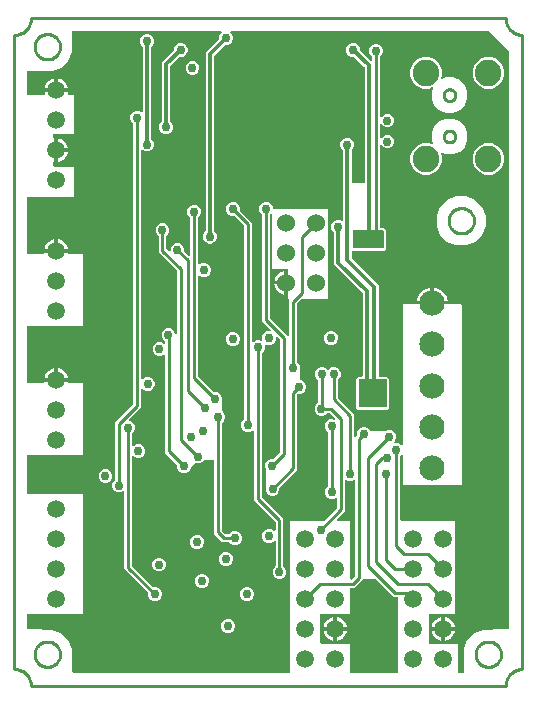
<source format=gbr>
G04 EAGLE Gerber RS-274X export*
G75*
%MOMM*%
%FSLAX34Y34*%
%LPD*%
%INCopper Layer 15*%
%IPPOS*%
%AMOC8*
5,1,8,0,0,1.08239X$1,22.5*%
G01*
%ADD10C,2.250000*%
%ADD11C,1.524000*%
%ADD12C,1.508000*%
%ADD13C,2.133600*%
%ADD14C,0.756400*%
%ADD15C,0.304800*%
%ADD16C,0.254000*%
%ADD17C,0.254000*%

G36*
X232925Y10926D02*
X232925Y10926D01*
X232945Y10924D01*
X233046Y10946D01*
X233148Y10962D01*
X233166Y10972D01*
X233185Y10976D01*
X233274Y11029D01*
X233365Y11078D01*
X233379Y11092D01*
X233396Y11102D01*
X233464Y11181D01*
X233535Y11256D01*
X233543Y11274D01*
X233556Y11289D01*
X233595Y11385D01*
X233638Y11479D01*
X233641Y11499D01*
X233648Y11517D01*
X233667Y11684D01*
X233667Y139379D01*
X233667Y139706D01*
X233674Y139713D01*
X262210Y139713D01*
X262300Y139728D01*
X262391Y139735D01*
X262421Y139748D01*
X262453Y139753D01*
X262533Y139796D01*
X262617Y139832D01*
X262649Y139857D01*
X262670Y139868D01*
X262692Y139892D01*
X262748Y139936D01*
X273316Y150505D01*
X273369Y150578D01*
X273429Y150648D01*
X273441Y150678D01*
X273460Y150704D01*
X273487Y150791D01*
X273521Y150876D01*
X273525Y150917D01*
X273532Y150939D01*
X273531Y150972D01*
X273539Y151043D01*
X273539Y158158D01*
X273532Y158203D01*
X273534Y158249D01*
X273512Y158324D01*
X273500Y158401D01*
X273478Y158441D01*
X273465Y158486D01*
X273421Y158550D01*
X273384Y158618D01*
X273351Y158650D01*
X273325Y158688D01*
X273263Y158734D01*
X273206Y158788D01*
X273164Y158807D01*
X273128Y158834D01*
X273054Y158859D01*
X272983Y158891D01*
X272937Y158896D01*
X272894Y158911D01*
X272816Y158910D01*
X272739Y158918D01*
X272694Y158909D01*
X272648Y158908D01*
X272516Y158870D01*
X272498Y158866D01*
X272494Y158864D01*
X272487Y158862D01*
X270400Y157997D01*
X268080Y157997D01*
X265936Y158885D01*
X264295Y160526D01*
X263407Y162670D01*
X263407Y164990D01*
X264295Y167134D01*
X265696Y168535D01*
X265749Y168609D01*
X265809Y168678D01*
X265821Y168708D01*
X265840Y168735D01*
X265867Y168822D01*
X265901Y168907D01*
X265905Y168947D01*
X265912Y168970D01*
X265911Y169002D01*
X265919Y169073D01*
X265919Y214111D01*
X265900Y214227D01*
X265883Y214342D01*
X265880Y214348D01*
X265879Y214354D01*
X265825Y214456D01*
X265772Y214561D01*
X265767Y214566D01*
X265764Y214571D01*
X265682Y214649D01*
X265675Y214658D01*
X263927Y216406D01*
X263039Y218550D01*
X263039Y220870D01*
X263927Y223014D01*
X265568Y224655D01*
X267712Y225543D01*
X270032Y225543D01*
X270585Y225314D01*
X270679Y225292D01*
X270773Y225263D01*
X270799Y225264D01*
X270824Y225258D01*
X270921Y225267D01*
X271018Y225269D01*
X271043Y225278D01*
X271069Y225281D01*
X271158Y225320D01*
X271249Y225354D01*
X271270Y225370D01*
X271294Y225381D01*
X271366Y225447D01*
X271442Y225508D01*
X271456Y225529D01*
X271475Y225547D01*
X271522Y225633D01*
X271575Y225714D01*
X271581Y225740D01*
X271594Y225763D01*
X271611Y225859D01*
X271635Y225953D01*
X271633Y225979D01*
X271637Y226005D01*
X271623Y226101D01*
X271615Y226198D01*
X271605Y226222D01*
X271601Y226248D01*
X271557Y226335D01*
X271519Y226424D01*
X271499Y226450D01*
X271490Y226467D01*
X271466Y226491D01*
X271414Y226555D01*
X267071Y230898D01*
X266997Y230951D01*
X266928Y231011D01*
X266898Y231023D01*
X266872Y231042D01*
X266785Y231069D01*
X266700Y231103D01*
X266659Y231107D01*
X266637Y231114D01*
X266604Y231113D01*
X266533Y231121D01*
X265339Y231121D01*
X265249Y231107D01*
X265158Y231099D01*
X265129Y231087D01*
X265097Y231082D01*
X265016Y231039D01*
X264932Y231003D01*
X264900Y230977D01*
X264879Y230966D01*
X264857Y230943D01*
X264801Y230898D01*
X263400Y229497D01*
X261256Y228609D01*
X258936Y228609D01*
X256792Y229497D01*
X255151Y231138D01*
X254263Y233282D01*
X254263Y235602D01*
X255151Y237746D01*
X256704Y239299D01*
X256757Y239373D01*
X256817Y239442D01*
X256829Y239473D01*
X256848Y239499D01*
X256875Y239586D01*
X256909Y239671D01*
X256913Y239712D01*
X256920Y239734D01*
X256919Y239766D01*
X256927Y239837D01*
X256927Y258765D01*
X256913Y258855D01*
X256905Y258946D01*
X256893Y258975D01*
X256888Y259007D01*
X256845Y259088D01*
X256809Y259172D01*
X256783Y259204D01*
X256772Y259225D01*
X256749Y259247D01*
X256704Y259303D01*
X255659Y260348D01*
X254771Y262492D01*
X254771Y264812D01*
X255659Y266956D01*
X257300Y268597D01*
X259444Y269485D01*
X261764Y269485D01*
X263908Y268597D01*
X264968Y267537D01*
X264984Y267525D01*
X264996Y267510D01*
X265084Y267454D01*
X265167Y267393D01*
X265186Y267388D01*
X265203Y267377D01*
X265304Y267352D01*
X265403Y267321D01*
X265422Y267322D01*
X265442Y267317D01*
X265545Y267325D01*
X265648Y267327D01*
X265667Y267334D01*
X265687Y267336D01*
X265782Y267376D01*
X265879Y267412D01*
X265895Y267424D01*
X265913Y267432D01*
X266044Y267537D01*
X267104Y268597D01*
X269248Y269485D01*
X271568Y269485D01*
X273712Y268597D01*
X275353Y266956D01*
X276241Y264812D01*
X276241Y262492D01*
X275353Y260348D01*
X273952Y258947D01*
X273899Y258873D01*
X273839Y258804D01*
X273827Y258773D01*
X273808Y258747D01*
X273781Y258660D01*
X273747Y258575D01*
X273743Y258534D01*
X273736Y258512D01*
X273737Y258480D01*
X273729Y258409D01*
X273729Y244363D01*
X273743Y244273D01*
X273751Y244182D01*
X273763Y244152D01*
X273768Y244120D01*
X273811Y244039D01*
X273847Y243956D01*
X273873Y243923D01*
X273884Y243903D01*
X273907Y243881D01*
X273952Y243825D01*
X287801Y229976D01*
X287801Y211531D01*
X287812Y211460D01*
X287814Y211388D01*
X287832Y211339D01*
X287840Y211288D01*
X287874Y211225D01*
X287899Y211157D01*
X287931Y211117D01*
X287956Y211071D01*
X288008Y211021D01*
X288052Y210965D01*
X288096Y210937D01*
X288134Y210901D01*
X288199Y210871D01*
X288259Y210832D01*
X288310Y210820D01*
X288357Y210798D01*
X288428Y210790D01*
X288498Y210772D01*
X288550Y210776D01*
X288601Y210771D01*
X288672Y210786D01*
X288743Y210791D01*
X288791Y210812D01*
X288842Y210823D01*
X288903Y210860D01*
X288969Y210888D01*
X289025Y210932D01*
X289053Y210949D01*
X289068Y210967D01*
X289100Y210992D01*
X290108Y212001D01*
X290161Y212075D01*
X290221Y212144D01*
X290233Y212174D01*
X290252Y212200D01*
X290279Y212287D01*
X290313Y212372D01*
X290317Y212413D01*
X290324Y212435D01*
X290323Y212468D01*
X290331Y212539D01*
X290331Y214520D01*
X291219Y216664D01*
X292860Y218305D01*
X295004Y219193D01*
X297324Y219193D01*
X299468Y218305D01*
X301109Y216664D01*
X301493Y215736D01*
X301555Y215636D01*
X301615Y215536D01*
X301620Y215532D01*
X301623Y215527D01*
X301713Y215452D01*
X301802Y215376D01*
X301808Y215374D01*
X301812Y215370D01*
X301920Y215328D01*
X302030Y215284D01*
X302037Y215283D01*
X302042Y215282D01*
X302060Y215281D01*
X302197Y215266D01*
X313382Y215266D01*
X313472Y215280D01*
X313563Y215288D01*
X313593Y215300D01*
X313624Y215305D01*
X313705Y215348D01*
X313789Y215384D01*
X313821Y215410D01*
X313842Y215421D01*
X313864Y215444D01*
X313920Y215489D01*
X314196Y215765D01*
X316340Y216653D01*
X318660Y216653D01*
X320804Y215765D01*
X322445Y214124D01*
X323333Y211980D01*
X323333Y209660D01*
X322445Y207516D01*
X321676Y206747D01*
X321619Y206668D01*
X321557Y206593D01*
X321548Y206568D01*
X321532Y206547D01*
X321504Y206454D01*
X321469Y206363D01*
X321468Y206337D01*
X321460Y206312D01*
X321463Y206215D01*
X321458Y206117D01*
X321466Y206092D01*
X321466Y206066D01*
X321500Y205975D01*
X321527Y205881D01*
X321542Y205860D01*
X321551Y205835D01*
X321612Y205759D01*
X321667Y205679D01*
X321688Y205664D01*
X321705Y205643D01*
X321787Y205591D01*
X321865Y205533D01*
X321890Y205524D01*
X321911Y205510D01*
X322006Y205487D01*
X322099Y205456D01*
X322125Y205457D01*
X322150Y205450D01*
X322247Y205458D01*
X322345Y205459D01*
X322376Y205468D01*
X322395Y205469D01*
X322412Y205477D01*
X324756Y205477D01*
X326900Y204589D01*
X327503Y203986D01*
X327561Y203944D01*
X327613Y203895D01*
X327660Y203873D01*
X327702Y203842D01*
X327771Y203821D01*
X327836Y203791D01*
X327888Y203785D01*
X327938Y203770D01*
X328009Y203772D01*
X328080Y203764D01*
X328131Y203775D01*
X328183Y203776D01*
X328251Y203801D01*
X328321Y203816D01*
X328366Y203843D01*
X328414Y203861D01*
X328470Y203906D01*
X328532Y203942D01*
X328566Y203982D01*
X328606Y204015D01*
X328645Y204075D01*
X328692Y204129D01*
X328711Y204178D01*
X328739Y204222D01*
X328757Y204291D01*
X328784Y204358D01*
X328792Y204429D01*
X328800Y204460D01*
X328798Y204483D01*
X328802Y204524D01*
X328802Y322738D01*
X329026Y322962D01*
X353138Y322962D01*
X353158Y322965D01*
X353177Y322963D01*
X353279Y322985D01*
X353381Y323001D01*
X353398Y323011D01*
X353418Y323015D01*
X353507Y323068D01*
X353598Y323117D01*
X353612Y323131D01*
X353629Y323141D01*
X353696Y323220D01*
X353767Y323295D01*
X353776Y323313D01*
X353789Y323328D01*
X353827Y323424D01*
X353871Y323518D01*
X353873Y323538D01*
X353881Y323556D01*
X353899Y323723D01*
X353899Y324001D01*
X353901Y324001D01*
X353901Y323723D01*
X353904Y323703D01*
X353902Y323684D01*
X353924Y323582D01*
X353941Y323480D01*
X353950Y323463D01*
X353954Y323443D01*
X354007Y323354D01*
X354056Y323263D01*
X354070Y323249D01*
X354080Y323232D01*
X354159Y323165D01*
X354234Y323093D01*
X354252Y323085D01*
X354267Y323072D01*
X354363Y323033D01*
X354457Y322990D01*
X354477Y322988D01*
X354495Y322980D01*
X354662Y322962D01*
X378618Y322962D01*
X378842Y322738D01*
X378842Y170022D01*
X378618Y169798D01*
X329026Y169798D01*
X328802Y170022D01*
X328802Y194764D01*
X328791Y194834D01*
X328789Y194906D01*
X328771Y194955D01*
X328763Y195006D01*
X328729Y195070D01*
X328704Y195137D01*
X328672Y195178D01*
X328647Y195224D01*
X328596Y195273D01*
X328551Y195329D01*
X328507Y195357D01*
X328469Y195393D01*
X328404Y195423D01*
X328344Y195462D01*
X328293Y195475D01*
X328246Y195497D01*
X328175Y195505D01*
X328105Y195522D01*
X328053Y195518D01*
X328002Y195524D01*
X327931Y195509D01*
X327860Y195503D01*
X327812Y195483D01*
X327761Y195472D01*
X327700Y195435D01*
X327634Y195407D01*
X327578Y195362D01*
X327550Y195346D01*
X327535Y195328D01*
X327503Y195302D01*
X327140Y194939D01*
X327086Y194865D01*
X327027Y194796D01*
X327015Y194765D01*
X326996Y194739D01*
X326969Y194652D01*
X326935Y194567D01*
X326931Y194526D01*
X326924Y194504D01*
X326925Y194472D01*
X326917Y194401D01*
X326917Y140475D01*
X326920Y140455D01*
X326918Y140435D01*
X326940Y140334D01*
X326956Y140232D01*
X326966Y140214D01*
X326970Y140195D01*
X327023Y140106D01*
X327072Y140015D01*
X327086Y140001D01*
X327096Y139984D01*
X327175Y139916D01*
X327250Y139845D01*
X327268Y139837D01*
X327283Y139824D01*
X327379Y139785D01*
X327473Y139742D01*
X327493Y139739D01*
X327511Y139732D01*
X327678Y139713D01*
X373386Y139713D01*
X373393Y139706D01*
X373393Y60954D01*
X373386Y60947D01*
X373059Y60947D01*
X351803Y60947D01*
X351783Y60943D01*
X351763Y60946D01*
X351662Y60924D01*
X351560Y60907D01*
X351542Y60898D01*
X351523Y60893D01*
X351434Y60840D01*
X351343Y60792D01*
X351329Y60777D01*
X351312Y60767D01*
X351244Y60688D01*
X351173Y60613D01*
X351165Y60595D01*
X351152Y60580D01*
X351113Y60484D01*
X351070Y60390D01*
X351067Y60371D01*
X351060Y60352D01*
X351041Y60185D01*
X351041Y35827D01*
X351045Y35807D01*
X351042Y35787D01*
X351064Y35686D01*
X351081Y35584D01*
X351090Y35566D01*
X351095Y35547D01*
X351148Y35458D01*
X351196Y35367D01*
X351211Y35353D01*
X351221Y35336D01*
X351300Y35268D01*
X351375Y35197D01*
X351393Y35189D01*
X351408Y35176D01*
X351504Y35137D01*
X351598Y35094D01*
X351617Y35091D01*
X351636Y35084D01*
X351803Y35065D01*
X375926Y35065D01*
X375933Y35058D01*
X375933Y11684D01*
X375937Y11664D01*
X375934Y11645D01*
X375956Y11543D01*
X375973Y11441D01*
X375982Y11424D01*
X375987Y11404D01*
X376040Y11315D01*
X376088Y11224D01*
X376103Y11210D01*
X376113Y11193D01*
X376192Y11126D01*
X376267Y11054D01*
X376285Y11046D01*
X376300Y11033D01*
X376396Y10994D01*
X376490Y10951D01*
X376509Y10949D01*
X376528Y10941D01*
X376695Y10923D01*
X379857Y10923D01*
X379877Y10926D01*
X379896Y10924D01*
X379998Y10946D01*
X380100Y10962D01*
X380117Y10972D01*
X380137Y10976D01*
X380226Y11029D01*
X380317Y11078D01*
X380331Y11092D01*
X380348Y11102D01*
X380415Y11181D01*
X380487Y11256D01*
X380495Y11274D01*
X380508Y11289D01*
X380547Y11385D01*
X380590Y11479D01*
X380592Y11499D01*
X380600Y11517D01*
X380618Y11684D01*
X380618Y21855D01*
X380608Y21919D01*
X380607Y21985D01*
X380584Y22065D01*
X380579Y22097D01*
X380569Y22115D01*
X380560Y22146D01*
X380409Y22511D01*
X380409Y30829D01*
X383593Y38515D01*
X389475Y44397D01*
X397161Y47581D01*
X404866Y47581D01*
X404956Y47595D01*
X405047Y47603D01*
X405076Y47615D01*
X405108Y47620D01*
X405118Y47626D01*
X418328Y47626D01*
X418348Y47629D01*
X418367Y47627D01*
X418469Y47649D01*
X418571Y47665D01*
X418588Y47675D01*
X418608Y47679D01*
X418697Y47732D01*
X418788Y47781D01*
X418802Y47795D01*
X418819Y47805D01*
X418886Y47884D01*
X418958Y47959D01*
X418966Y47977D01*
X418979Y47992D01*
X419018Y48088D01*
X419061Y48182D01*
X419063Y48202D01*
X419071Y48220D01*
X419089Y48387D01*
X419089Y536712D01*
X419075Y536802D01*
X419067Y536893D01*
X419055Y536923D01*
X419050Y536955D01*
X419007Y537035D01*
X418971Y537119D01*
X418945Y537151D01*
X418934Y537172D01*
X418911Y537194D01*
X418866Y537250D01*
X402262Y553854D01*
X402188Y553907D01*
X402119Y553967D01*
X402089Y553979D01*
X402063Y553998D01*
X401976Y554025D01*
X401891Y554059D01*
X401850Y554063D01*
X401827Y554070D01*
X401795Y554069D01*
X401724Y554077D01*
X183679Y554077D01*
X183609Y554066D01*
X183537Y554064D01*
X183488Y554046D01*
X183437Y554038D01*
X183373Y554004D01*
X183306Y553979D01*
X183265Y553947D01*
X183219Y553922D01*
X183170Y553870D01*
X183114Y553826D01*
X183086Y553782D01*
X183050Y553744D01*
X183020Y553679D01*
X182981Y553619D01*
X182968Y553568D01*
X182946Y553521D01*
X182938Y553450D01*
X182921Y553380D01*
X182925Y553328D01*
X182919Y553277D01*
X182934Y553206D01*
X182940Y553135D01*
X182960Y553087D01*
X182971Y553036D01*
X183008Y552975D01*
X183036Y552909D01*
X183081Y552853D01*
X183097Y552825D01*
X183115Y552810D01*
X183141Y552778D01*
X184191Y551728D01*
X185079Y549584D01*
X185079Y547264D01*
X184191Y545120D01*
X182550Y543479D01*
X180406Y542591D01*
X178784Y542591D01*
X178694Y542577D01*
X178603Y542569D01*
X178573Y542557D01*
X178541Y542552D01*
X178461Y542509D01*
X178377Y542473D01*
X178345Y542447D01*
X178324Y542436D01*
X178302Y542413D01*
X178246Y542368D01*
X169406Y533528D01*
X169353Y533454D01*
X169293Y533385D01*
X169281Y533355D01*
X169262Y533328D01*
X169235Y533242D01*
X169201Y533157D01*
X169197Y533116D01*
X169190Y533093D01*
X169191Y533061D01*
X169183Y532990D01*
X169183Y385227D01*
X169197Y385137D01*
X169205Y385046D01*
X169217Y385017D01*
X169222Y384985D01*
X169265Y384904D01*
X169301Y384820D01*
X169327Y384788D01*
X169338Y384767D01*
X169361Y384745D01*
X169406Y384689D01*
X170553Y383542D01*
X171441Y381398D01*
X171441Y379078D01*
X170553Y376934D01*
X168912Y375293D01*
X166768Y374405D01*
X164448Y374405D01*
X162304Y375293D01*
X160663Y376934D01*
X159775Y379078D01*
X159775Y381398D01*
X160663Y383542D01*
X161810Y384689D01*
X161863Y384763D01*
X161923Y384832D01*
X161935Y384863D01*
X161954Y384889D01*
X161981Y384976D01*
X162015Y385061D01*
X162019Y385102D01*
X162026Y385124D01*
X162025Y385156D01*
X162033Y385227D01*
X162033Y536267D01*
X173190Y547424D01*
X173243Y547498D01*
X173303Y547567D01*
X173315Y547597D01*
X173334Y547624D01*
X173361Y547710D01*
X173395Y547795D01*
X173399Y547836D01*
X173406Y547859D01*
X173405Y547891D01*
X173413Y547962D01*
X173413Y549584D01*
X174301Y551728D01*
X175351Y552778D01*
X175393Y552836D01*
X175442Y552888D01*
X175464Y552935D01*
X175495Y552977D01*
X175516Y553046D01*
X175546Y553111D01*
X175552Y553163D01*
X175567Y553213D01*
X175565Y553284D01*
X175573Y553355D01*
X175562Y553406D01*
X175561Y553458D01*
X175536Y553526D01*
X175521Y553596D01*
X175494Y553641D01*
X175476Y553689D01*
X175431Y553745D01*
X175395Y553807D01*
X175355Y553841D01*
X175322Y553881D01*
X175262Y553920D01*
X175208Y553967D01*
X175159Y553986D01*
X175115Y554014D01*
X175046Y554032D01*
X174979Y554059D01*
X174908Y554067D01*
X174877Y554075D01*
X174854Y554073D01*
X174813Y554077D01*
X49403Y554077D01*
X49383Y554074D01*
X49364Y554076D01*
X49262Y554054D01*
X49160Y554038D01*
X49143Y554028D01*
X49123Y554024D01*
X49034Y553971D01*
X48943Y553922D01*
X48929Y553908D01*
X48912Y553898D01*
X48845Y553819D01*
X48773Y553744D01*
X48765Y553726D01*
X48752Y553711D01*
X48713Y553615D01*
X48670Y553521D01*
X48668Y553501D01*
X48660Y553483D01*
X48642Y553316D01*
X48642Y545835D01*
X48652Y545771D01*
X48653Y545705D01*
X48676Y545625D01*
X48681Y545593D01*
X48691Y545575D01*
X48700Y545544D01*
X48851Y545179D01*
X48851Y536861D01*
X45667Y529175D01*
X39785Y523293D01*
X32099Y520109D01*
X23781Y520109D01*
X23416Y520260D01*
X23352Y520275D01*
X23291Y520300D01*
X23208Y520309D01*
X23176Y520316D01*
X23157Y520315D01*
X23125Y520318D01*
X11684Y520318D01*
X11664Y520315D01*
X11645Y520317D01*
X11543Y520295D01*
X11441Y520279D01*
X11424Y520269D01*
X11404Y520265D01*
X11315Y520212D01*
X11224Y520163D01*
X11210Y520149D01*
X11193Y520139D01*
X11126Y520060D01*
X11054Y519985D01*
X11046Y519967D01*
X11033Y519952D01*
X10994Y519856D01*
X10951Y519762D01*
X10949Y519742D01*
X10941Y519724D01*
X10923Y519557D01*
X10923Y501155D01*
X10925Y501140D01*
X10924Y501128D01*
X10925Y501124D01*
X10924Y501115D01*
X10946Y501014D01*
X10962Y500912D01*
X10972Y500894D01*
X10976Y500875D01*
X11029Y500786D01*
X11078Y500695D01*
X11092Y500681D01*
X11102Y500664D01*
X11181Y500596D01*
X11256Y500525D01*
X11274Y500517D01*
X11289Y500504D01*
X11385Y500465D01*
X11479Y500422D01*
X11499Y500419D01*
X11517Y500412D01*
X11684Y500393D01*
X25146Y500393D01*
X25162Y500396D01*
X25178Y500394D01*
X25283Y500416D01*
X25389Y500433D01*
X25403Y500441D01*
X25419Y500444D01*
X25512Y500498D01*
X25606Y500548D01*
X25617Y500560D01*
X25631Y500568D01*
X25702Y500649D01*
X25776Y500727D01*
X25783Y500741D01*
X25793Y500753D01*
X25834Y500852D01*
X25879Y500950D01*
X25881Y500966D01*
X25887Y500980D01*
X25895Y501088D01*
X25907Y501194D01*
X25903Y501210D01*
X25904Y501226D01*
X25870Y501390D01*
X25727Y501829D01*
X25595Y502667D01*
X34798Y502667D01*
X34818Y502670D01*
X34837Y502668D01*
X34939Y502690D01*
X35041Y502707D01*
X35058Y502716D01*
X35078Y502720D01*
X35167Y502773D01*
X35258Y502822D01*
X35272Y502836D01*
X35289Y502846D01*
X35356Y502925D01*
X35427Y503000D01*
X35436Y503018D01*
X35449Y503033D01*
X35487Y503129D01*
X35531Y503223D01*
X35533Y503243D01*
X35541Y503261D01*
X35559Y503428D01*
X35559Y504191D01*
X35561Y504191D01*
X35561Y503428D01*
X35563Y503418D01*
X35562Y503412D01*
X35564Y503404D01*
X35562Y503389D01*
X35584Y503287D01*
X35601Y503185D01*
X35610Y503168D01*
X35614Y503148D01*
X35667Y503059D01*
X35716Y502968D01*
X35730Y502954D01*
X35740Y502937D01*
X35819Y502870D01*
X35894Y502799D01*
X35912Y502790D01*
X35927Y502777D01*
X36023Y502738D01*
X36117Y502695D01*
X36137Y502693D01*
X36155Y502685D01*
X36322Y502667D01*
X45525Y502667D01*
X45393Y501829D01*
X45250Y501390D01*
X45248Y501380D01*
X45245Y501373D01*
X45244Y501368D01*
X45241Y501360D01*
X45229Y501253D01*
X45212Y501147D01*
X45215Y501131D01*
X45213Y501115D01*
X45236Y501010D01*
X45255Y500905D01*
X45262Y500890D01*
X45266Y500875D01*
X45321Y500783D01*
X45372Y500688D01*
X45384Y500677D01*
X45392Y500664D01*
X45474Y500594D01*
X45552Y500521D01*
X45567Y500514D01*
X45579Y500504D01*
X45679Y500464D01*
X45776Y500419D01*
X45792Y500418D01*
X45807Y500412D01*
X45974Y500393D01*
X50806Y500393D01*
X50813Y500386D01*
X50813Y467354D01*
X50806Y467347D01*
X50479Y467347D01*
X33795Y467347D01*
X33775Y467343D01*
X33755Y467346D01*
X33654Y467324D01*
X33552Y467307D01*
X33534Y467298D01*
X33515Y467293D01*
X33426Y467240D01*
X33335Y467192D01*
X33321Y467177D01*
X33304Y467167D01*
X33236Y467088D01*
X33165Y467013D01*
X33157Y466995D01*
X33144Y466980D01*
X33105Y466884D01*
X33062Y466790D01*
X33059Y466771D01*
X33052Y466752D01*
X33033Y466585D01*
X33033Y464088D01*
X33046Y464009D01*
X33050Y463930D01*
X33066Y463888D01*
X33073Y463845D01*
X33110Y463775D01*
X33139Y463700D01*
X33168Y463666D01*
X33188Y463627D01*
X33246Y463573D01*
X33297Y463512D01*
X33335Y463488D01*
X33367Y463458D01*
X33439Y463425D01*
X33507Y463383D01*
X33550Y463373D01*
X33590Y463354D01*
X33669Y463346D01*
X33746Y463328D01*
X33805Y463331D01*
X33834Y463327D01*
X33861Y463333D01*
X33914Y463336D01*
X34037Y463355D01*
X34037Y454152D01*
X34040Y454132D01*
X34038Y454113D01*
X34060Y454011D01*
X34077Y453909D01*
X34086Y453892D01*
X34090Y453872D01*
X34143Y453783D01*
X34192Y453692D01*
X34206Y453678D01*
X34216Y453661D01*
X34295Y453594D01*
X34370Y453523D01*
X34388Y453514D01*
X34403Y453501D01*
X34499Y453463D01*
X34593Y453419D01*
X34613Y453417D01*
X34631Y453409D01*
X34798Y453391D01*
X35561Y453391D01*
X35561Y453389D01*
X34798Y453389D01*
X34778Y453386D01*
X34759Y453388D01*
X34657Y453366D01*
X34555Y453349D01*
X34538Y453340D01*
X34518Y453336D01*
X34429Y453283D01*
X34338Y453234D01*
X34324Y453220D01*
X34307Y453210D01*
X34240Y453131D01*
X34169Y453056D01*
X34160Y453038D01*
X34147Y453023D01*
X34108Y452927D01*
X34065Y452833D01*
X34063Y452813D01*
X34055Y452795D01*
X34037Y452628D01*
X34037Y443425D01*
X33914Y443444D01*
X33834Y443444D01*
X33755Y443453D01*
X33712Y443443D01*
X33668Y443443D01*
X33593Y443417D01*
X33515Y443400D01*
X33477Y443378D01*
X33435Y443363D01*
X33372Y443315D01*
X33304Y443274D01*
X33275Y443241D01*
X33240Y443214D01*
X33196Y443148D01*
X33144Y443087D01*
X33127Y443046D01*
X33103Y443010D01*
X33082Y442933D01*
X33052Y442859D01*
X33045Y442801D01*
X33038Y442772D01*
X33039Y442745D01*
X33033Y442692D01*
X33033Y440195D01*
X33037Y440175D01*
X33034Y440155D01*
X33056Y440054D01*
X33073Y439952D01*
X33082Y439934D01*
X33087Y439915D01*
X33140Y439826D01*
X33188Y439735D01*
X33203Y439721D01*
X33213Y439704D01*
X33292Y439636D01*
X33367Y439565D01*
X33385Y439557D01*
X33400Y439544D01*
X33496Y439505D01*
X33590Y439462D01*
X33609Y439459D01*
X33628Y439452D01*
X33795Y439433D01*
X50806Y439433D01*
X50813Y439426D01*
X50813Y414014D01*
X50806Y414007D01*
X50479Y414007D01*
X11684Y414007D01*
X11664Y414003D01*
X11645Y414006D01*
X11543Y413984D01*
X11441Y413967D01*
X11424Y413958D01*
X11404Y413953D01*
X11315Y413900D01*
X11224Y413852D01*
X11210Y413837D01*
X11193Y413827D01*
X11126Y413748D01*
X11054Y413673D01*
X11046Y413655D01*
X11033Y413640D01*
X10994Y413544D01*
X10951Y413450D01*
X10949Y413431D01*
X10941Y413412D01*
X10923Y413245D01*
X10923Y366535D01*
X10926Y366515D01*
X10924Y366495D01*
X10946Y366394D01*
X10962Y366292D01*
X10972Y366274D01*
X10976Y366255D01*
X11029Y366166D01*
X11078Y366075D01*
X11092Y366061D01*
X11102Y366044D01*
X11181Y365976D01*
X11256Y365905D01*
X11274Y365897D01*
X11289Y365884D01*
X11385Y365845D01*
X11479Y365802D01*
X11499Y365799D01*
X11517Y365792D01*
X11684Y365773D01*
X24862Y365773D01*
X24941Y365786D01*
X25020Y365790D01*
X25062Y365806D01*
X25105Y365813D01*
X25175Y365850D01*
X25250Y365879D01*
X25284Y365908D01*
X25323Y365928D01*
X25377Y365986D01*
X25438Y366037D01*
X25462Y366075D01*
X25492Y366107D01*
X25525Y366179D01*
X25567Y366247D01*
X25577Y366290D01*
X25596Y366330D01*
X25604Y366409D01*
X25622Y366486D01*
X25619Y366545D01*
X25623Y366574D01*
X25617Y366601D01*
X25614Y366654D01*
X25595Y366777D01*
X34798Y366777D01*
X34818Y366780D01*
X34837Y366778D01*
X34939Y366800D01*
X35041Y366817D01*
X35058Y366826D01*
X35078Y366830D01*
X35167Y366883D01*
X35258Y366932D01*
X35272Y366946D01*
X35289Y366956D01*
X35356Y367035D01*
X35427Y367110D01*
X35436Y367128D01*
X35449Y367143D01*
X35487Y367239D01*
X35531Y367333D01*
X35533Y367353D01*
X35541Y367371D01*
X35559Y367538D01*
X35559Y368301D01*
X35561Y368301D01*
X35561Y367538D01*
X35564Y367518D01*
X35562Y367499D01*
X35584Y367397D01*
X35601Y367295D01*
X35610Y367278D01*
X35614Y367258D01*
X35667Y367169D01*
X35716Y367078D01*
X35730Y367064D01*
X35740Y367047D01*
X35819Y366980D01*
X35894Y366909D01*
X35912Y366900D01*
X35927Y366887D01*
X36023Y366848D01*
X36117Y366805D01*
X36137Y366803D01*
X36155Y366795D01*
X36322Y366777D01*
X45525Y366777D01*
X45506Y366654D01*
X45506Y366574D01*
X45497Y366495D01*
X45507Y366452D01*
X45507Y366408D01*
X45533Y366333D01*
X45550Y366255D01*
X45572Y366217D01*
X45587Y366175D01*
X45635Y366112D01*
X45676Y366044D01*
X45709Y366015D01*
X45736Y365980D01*
X45802Y365936D01*
X45863Y365884D01*
X45904Y365867D01*
X45940Y365843D01*
X46017Y365822D01*
X46091Y365792D01*
X46149Y365785D01*
X46178Y365778D01*
X46205Y365779D01*
X46258Y365773D01*
X58426Y365773D01*
X58433Y365766D01*
X58433Y304794D01*
X58426Y304787D01*
X58099Y304787D01*
X11684Y304787D01*
X11664Y304783D01*
X11645Y304786D01*
X11543Y304764D01*
X11441Y304747D01*
X11424Y304738D01*
X11404Y304733D01*
X11315Y304680D01*
X11224Y304632D01*
X11210Y304617D01*
X11193Y304607D01*
X11126Y304528D01*
X11054Y304453D01*
X11046Y304435D01*
X11033Y304420D01*
X10994Y304324D01*
X10951Y304230D01*
X10949Y304211D01*
X10941Y304192D01*
X10923Y304025D01*
X10923Y257315D01*
X10926Y257295D01*
X10924Y257275D01*
X10946Y257174D01*
X10962Y257072D01*
X10972Y257054D01*
X10976Y257035D01*
X11029Y256946D01*
X11078Y256855D01*
X11092Y256841D01*
X11102Y256824D01*
X11181Y256756D01*
X11256Y256685D01*
X11274Y256677D01*
X11289Y256664D01*
X11385Y256625D01*
X11479Y256582D01*
X11499Y256579D01*
X11517Y256572D01*
X11684Y256553D01*
X24862Y256553D01*
X24941Y256566D01*
X25020Y256570D01*
X25062Y256586D01*
X25105Y256593D01*
X25175Y256630D01*
X25250Y256659D01*
X25284Y256688D01*
X25323Y256708D01*
X25377Y256766D01*
X25438Y256817D01*
X25462Y256855D01*
X25492Y256887D01*
X25525Y256959D01*
X25567Y257027D01*
X25577Y257070D01*
X25596Y257110D01*
X25604Y257189D01*
X25622Y257266D01*
X25619Y257325D01*
X25623Y257354D01*
X25617Y257381D01*
X25614Y257434D01*
X25595Y257557D01*
X34798Y257557D01*
X34818Y257560D01*
X34837Y257558D01*
X34939Y257580D01*
X35041Y257597D01*
X35058Y257606D01*
X35078Y257610D01*
X35167Y257663D01*
X35258Y257712D01*
X35272Y257726D01*
X35289Y257736D01*
X35356Y257815D01*
X35427Y257890D01*
X35436Y257908D01*
X35449Y257923D01*
X35487Y258019D01*
X35531Y258113D01*
X35533Y258133D01*
X35541Y258151D01*
X35559Y258318D01*
X35559Y259081D01*
X35561Y259081D01*
X35561Y258318D01*
X35563Y258303D01*
X35562Y258290D01*
X35563Y258286D01*
X35562Y258279D01*
X35584Y258177D01*
X35601Y258075D01*
X35610Y258058D01*
X35614Y258038D01*
X35667Y257949D01*
X35716Y257858D01*
X35730Y257844D01*
X35740Y257827D01*
X35819Y257760D01*
X35894Y257689D01*
X35912Y257680D01*
X35927Y257667D01*
X36023Y257628D01*
X36117Y257585D01*
X36137Y257583D01*
X36155Y257575D01*
X36322Y257557D01*
X45525Y257557D01*
X45506Y257434D01*
X45506Y257354D01*
X45497Y257275D01*
X45507Y257232D01*
X45507Y257188D01*
X45533Y257113D01*
X45550Y257035D01*
X45572Y256997D01*
X45587Y256955D01*
X45635Y256892D01*
X45676Y256824D01*
X45709Y256795D01*
X45736Y256760D01*
X45802Y256716D01*
X45863Y256664D01*
X45904Y256647D01*
X45940Y256623D01*
X46017Y256602D01*
X46091Y256572D01*
X46149Y256565D01*
X46178Y256558D01*
X46205Y256559D01*
X46258Y256553D01*
X58426Y256553D01*
X58433Y256546D01*
X58433Y195574D01*
X58426Y195567D01*
X58099Y195567D01*
X11684Y195567D01*
X11664Y195563D01*
X11645Y195566D01*
X11543Y195544D01*
X11441Y195527D01*
X11424Y195518D01*
X11404Y195513D01*
X11315Y195460D01*
X11224Y195412D01*
X11210Y195397D01*
X11193Y195387D01*
X11126Y195308D01*
X11054Y195233D01*
X11046Y195215D01*
X11033Y195200D01*
X10994Y195104D01*
X10951Y195010D01*
X10949Y194991D01*
X10941Y194972D01*
X10923Y194805D01*
X10923Y163335D01*
X10926Y163315D01*
X10924Y163295D01*
X10946Y163194D01*
X10962Y163092D01*
X10972Y163074D01*
X10976Y163055D01*
X11029Y162966D01*
X11078Y162875D01*
X11092Y162861D01*
X11102Y162844D01*
X11181Y162776D01*
X11256Y162705D01*
X11274Y162697D01*
X11289Y162684D01*
X11385Y162645D01*
X11479Y162602D01*
X11499Y162599D01*
X11517Y162592D01*
X11684Y162573D01*
X58426Y162573D01*
X58433Y162566D01*
X58433Y60954D01*
X58426Y60947D01*
X58099Y60947D01*
X11684Y60947D01*
X11664Y60943D01*
X11645Y60946D01*
X11543Y60924D01*
X11441Y60907D01*
X11424Y60898D01*
X11404Y60893D01*
X11315Y60840D01*
X11224Y60792D01*
X11210Y60777D01*
X11193Y60767D01*
X11126Y60688D01*
X11054Y60613D01*
X11046Y60595D01*
X11033Y60580D01*
X10994Y60484D01*
X10951Y60390D01*
X10949Y60371D01*
X10941Y60352D01*
X10923Y60185D01*
X10923Y48387D01*
X10926Y48367D01*
X10924Y48348D01*
X10946Y48246D01*
X10962Y48144D01*
X10972Y48127D01*
X10976Y48107D01*
X11029Y48018D01*
X11078Y47927D01*
X11092Y47913D01*
X11102Y47896D01*
X11181Y47829D01*
X11256Y47757D01*
X11274Y47749D01*
X11289Y47736D01*
X11385Y47697D01*
X11479Y47654D01*
X11499Y47652D01*
X11517Y47644D01*
X11684Y47626D01*
X23654Y47626D01*
X23720Y47599D01*
X23761Y47595D01*
X23783Y47588D01*
X23815Y47589D01*
X23886Y47581D01*
X32099Y47581D01*
X39785Y44397D01*
X45667Y38515D01*
X48851Y30829D01*
X48851Y27696D01*
X48865Y27606D01*
X48873Y27515D01*
X48885Y27486D01*
X48890Y27454D01*
X48933Y27373D01*
X48969Y27289D01*
X48995Y27257D01*
X49006Y27236D01*
X49029Y27214D01*
X49055Y27181D01*
X49056Y27179D01*
X49058Y27178D01*
X49074Y27158D01*
X49150Y27082D01*
X49150Y11684D01*
X49153Y11664D01*
X49151Y11645D01*
X49173Y11543D01*
X49189Y11441D01*
X49199Y11424D01*
X49203Y11404D01*
X49256Y11315D01*
X49305Y11224D01*
X49319Y11210D01*
X49329Y11193D01*
X49408Y11126D01*
X49483Y11054D01*
X49501Y11046D01*
X49516Y11033D01*
X49612Y10994D01*
X49706Y10951D01*
X49726Y10949D01*
X49744Y10941D01*
X49911Y10923D01*
X232905Y10923D01*
X232925Y10926D01*
G37*
%LPC*%
G36*
X223376Y90179D02*
X223376Y90179D01*
X221232Y91067D01*
X219591Y92708D01*
X218703Y94852D01*
X218703Y97172D01*
X219591Y99316D01*
X220982Y100707D01*
X221035Y100781D01*
X221095Y100850D01*
X221107Y100881D01*
X221126Y100907D01*
X221153Y100994D01*
X221187Y101079D01*
X221191Y101120D01*
X221198Y101142D01*
X221197Y101174D01*
X221205Y101245D01*
X221205Y122219D01*
X221194Y122289D01*
X221192Y122361D01*
X221174Y122410D01*
X221166Y122461D01*
X221132Y122525D01*
X221107Y122592D01*
X221075Y122633D01*
X221050Y122679D01*
X220998Y122728D01*
X220954Y122784D01*
X220910Y122812D01*
X220872Y122848D01*
X220807Y122878D01*
X220747Y122917D01*
X220696Y122930D01*
X220649Y122952D01*
X220578Y122960D01*
X220508Y122977D01*
X220456Y122973D01*
X220405Y122979D01*
X220334Y122964D01*
X220263Y122958D01*
X220215Y122938D01*
X220164Y122927D01*
X220103Y122890D01*
X220037Y122862D01*
X219981Y122817D01*
X219953Y122801D01*
X219938Y122783D01*
X219906Y122757D01*
X219204Y122055D01*
X217060Y121167D01*
X214740Y121167D01*
X212596Y122055D01*
X210955Y123696D01*
X210067Y125840D01*
X210067Y128160D01*
X210955Y130304D01*
X212596Y131945D01*
X214740Y132833D01*
X217060Y132833D01*
X219204Y131945D01*
X219906Y131243D01*
X219964Y131201D01*
X220016Y131152D01*
X220063Y131130D01*
X220105Y131099D01*
X220174Y131078D01*
X220239Y131048D01*
X220291Y131042D01*
X220341Y131027D01*
X220412Y131029D01*
X220483Y131021D01*
X220534Y131032D01*
X220586Y131033D01*
X220654Y131058D01*
X220724Y131073D01*
X220769Y131100D01*
X220817Y131118D01*
X220873Y131163D01*
X220935Y131199D01*
X220969Y131239D01*
X221009Y131272D01*
X221048Y131332D01*
X221095Y131386D01*
X221114Y131435D01*
X221142Y131479D01*
X221160Y131548D01*
X221187Y131615D01*
X221195Y131686D01*
X221203Y131717D01*
X221201Y131740D01*
X221205Y131781D01*
X221205Y138411D01*
X221191Y138501D01*
X221183Y138592D01*
X221171Y138622D01*
X221166Y138654D01*
X221123Y138734D01*
X221087Y138818D01*
X221061Y138850D01*
X221050Y138871D01*
X221027Y138893D01*
X220982Y138949D01*
X205339Y154592D01*
X203171Y156760D01*
X203171Y215437D01*
X203160Y215507D01*
X203158Y215579D01*
X203140Y215628D01*
X203132Y215679D01*
X203098Y215743D01*
X203073Y215810D01*
X203041Y215851D01*
X203016Y215897D01*
X202964Y215946D01*
X202920Y216002D01*
X202876Y216030D01*
X202838Y216066D01*
X202773Y216096D01*
X202713Y216135D01*
X202662Y216148D01*
X202615Y216170D01*
X202544Y216178D01*
X202474Y216195D01*
X202422Y216191D01*
X202371Y216197D01*
X202300Y216182D01*
X202229Y216176D01*
X202181Y216156D01*
X202130Y216145D01*
X202069Y216108D01*
X202003Y216080D01*
X201947Y216035D01*
X201919Y216019D01*
X201904Y216001D01*
X201872Y215975D01*
X201424Y215527D01*
X199280Y214639D01*
X196960Y214639D01*
X194816Y215527D01*
X193175Y217168D01*
X192287Y219312D01*
X192287Y221632D01*
X193175Y223776D01*
X194576Y225177D01*
X194629Y225251D01*
X194689Y225320D01*
X194701Y225351D01*
X194720Y225377D01*
X194747Y225464D01*
X194781Y225549D01*
X194785Y225590D01*
X194792Y225612D01*
X194791Y225644D01*
X194799Y225715D01*
X194799Y388961D01*
X194785Y389051D01*
X194777Y389142D01*
X194765Y389172D01*
X194760Y389204D01*
X194717Y389285D01*
X194681Y389368D01*
X194655Y389401D01*
X194644Y389421D01*
X194621Y389443D01*
X194576Y389499D01*
X186779Y397296D01*
X186706Y397349D01*
X186636Y397409D01*
X186606Y397421D01*
X186580Y397440D01*
X186493Y397467D01*
X186408Y397501D01*
X186367Y397505D01*
X186345Y397512D01*
X186312Y397511D01*
X186241Y397519D01*
X184260Y397519D01*
X182116Y398407D01*
X180475Y400048D01*
X179587Y402192D01*
X179587Y404512D01*
X180475Y406656D01*
X182116Y408297D01*
X184260Y409185D01*
X186580Y409185D01*
X188724Y408297D01*
X190365Y406656D01*
X191253Y404512D01*
X191253Y402531D01*
X191267Y402441D01*
X191275Y402350D01*
X191287Y402320D01*
X191292Y402288D01*
X191335Y402207D01*
X191371Y402124D01*
X191397Y402091D01*
X191408Y402071D01*
X191431Y402049D01*
X191476Y401993D01*
X201441Y392028D01*
X201441Y291293D01*
X201452Y291223D01*
X201454Y291151D01*
X201472Y291102D01*
X201480Y291051D01*
X201514Y290987D01*
X201539Y290920D01*
X201571Y290879D01*
X201596Y290833D01*
X201648Y290784D01*
X201692Y290728D01*
X201736Y290700D01*
X201774Y290664D01*
X201839Y290634D01*
X201899Y290595D01*
X201950Y290582D01*
X201997Y290560D01*
X202068Y290552D01*
X202138Y290535D01*
X202190Y290539D01*
X202241Y290533D01*
X202312Y290548D01*
X202383Y290554D01*
X202431Y290574D01*
X202482Y290585D01*
X202543Y290622D01*
X202609Y290650D01*
X202665Y290695D01*
X202693Y290711D01*
X202708Y290729D01*
X202740Y290755D01*
X203442Y291457D01*
X205586Y292345D01*
X207906Y292345D01*
X208517Y292092D01*
X208587Y292075D01*
X208654Y292050D01*
X208706Y292047D01*
X208757Y292035D01*
X208828Y292042D01*
X208900Y292039D01*
X208950Y292054D01*
X209002Y292059D01*
X209067Y292088D01*
X209136Y292108D01*
X209179Y292137D01*
X209226Y292159D01*
X209279Y292207D01*
X209338Y292248D01*
X209369Y292290D01*
X209407Y292325D01*
X209442Y292388D01*
X209485Y292445D01*
X209501Y292495D01*
X209526Y292540D01*
X209539Y292611D01*
X209561Y292679D01*
X209560Y292731D01*
X209570Y292782D01*
X209559Y292853D01*
X209559Y292855D01*
X209559Y295292D01*
X210447Y297436D01*
X212088Y299077D01*
X214232Y299965D01*
X216601Y299965D01*
X216664Y299945D01*
X216691Y299946D01*
X216716Y299940D01*
X216813Y299949D01*
X216910Y299952D01*
X216935Y299961D01*
X216961Y299963D01*
X217050Y300003D01*
X217141Y300036D01*
X217162Y300052D01*
X217186Y300063D01*
X217257Y300129D01*
X217333Y300190D01*
X217347Y300212D01*
X217367Y300229D01*
X217414Y300315D01*
X217466Y300397D01*
X217473Y300422D01*
X217485Y300445D01*
X217503Y300541D01*
X217526Y300635D01*
X217524Y300661D01*
X217529Y300687D01*
X217515Y300784D01*
X217507Y300880D01*
X217497Y300904D01*
X217493Y300930D01*
X217449Y301017D01*
X217411Y301107D01*
X217391Y301132D01*
X217382Y301150D01*
X217358Y301173D01*
X217306Y301238D01*
X210039Y308504D01*
X210039Y398617D01*
X210025Y398707D01*
X210017Y398798D01*
X210005Y398827D01*
X210000Y398859D01*
X209957Y398940D01*
X209921Y399024D01*
X209895Y399056D01*
X209884Y399077D01*
X209861Y399099D01*
X209816Y399155D01*
X208415Y400556D01*
X207527Y402700D01*
X207527Y405020D01*
X208415Y407164D01*
X210056Y408805D01*
X212200Y409693D01*
X214520Y409693D01*
X216664Y408805D01*
X218305Y407164D01*
X219193Y405020D01*
X219193Y404635D01*
X219196Y404615D01*
X219194Y404595D01*
X219216Y404494D01*
X219232Y404392D01*
X219242Y404374D01*
X219246Y404355D01*
X219299Y404266D01*
X219348Y404175D01*
X219362Y404161D01*
X219372Y404144D01*
X219451Y404076D01*
X219526Y404005D01*
X219544Y403997D01*
X219559Y403984D01*
X219655Y403945D01*
X219749Y403902D01*
X219769Y403899D01*
X219787Y403892D01*
X219954Y403873D01*
X265690Y403873D01*
X265697Y403866D01*
X265697Y327654D01*
X265690Y327647D01*
X265363Y327647D01*
X243758Y327647D01*
X243668Y327632D01*
X243577Y327625D01*
X243547Y327612D01*
X243515Y327607D01*
X243435Y327564D01*
X243351Y327528D01*
X243319Y327503D01*
X243298Y327492D01*
X243276Y327468D01*
X243220Y327424D01*
X239764Y323967D01*
X239711Y323893D01*
X239651Y323824D01*
X239639Y323794D01*
X239620Y323768D01*
X239593Y323681D01*
X239559Y323596D01*
X239555Y323555D01*
X239548Y323533D01*
X239549Y323500D01*
X239541Y323429D01*
X239541Y274483D01*
X239555Y274393D01*
X239563Y274302D01*
X239575Y274273D01*
X239580Y274241D01*
X239623Y274160D01*
X239659Y274076D01*
X239685Y274044D01*
X239696Y274023D01*
X239719Y274001D01*
X239764Y273945D01*
X241165Y272544D01*
X242053Y270400D01*
X242053Y268080D01*
X241740Y267324D01*
X241725Y267260D01*
X241700Y267199D01*
X241691Y267117D01*
X241684Y267085D01*
X241685Y267065D01*
X241682Y267033D01*
X241682Y259578D01*
X241685Y259558D01*
X241683Y259539D01*
X241705Y259437D01*
X241721Y259335D01*
X241731Y259318D01*
X241735Y259298D01*
X241788Y259209D01*
X241837Y259118D01*
X241851Y259104D01*
X241861Y259087D01*
X241940Y259020D01*
X242015Y258948D01*
X242033Y258940D01*
X242048Y258927D01*
X242144Y258888D01*
X242238Y258845D01*
X242258Y258843D01*
X242276Y258835D01*
X242443Y258817D01*
X242460Y258817D01*
X244604Y257929D01*
X246245Y256288D01*
X247133Y254144D01*
X247133Y251824D01*
X246245Y249680D01*
X244604Y248039D01*
X242460Y247151D01*
X240479Y247151D01*
X240389Y247137D01*
X240298Y247129D01*
X240268Y247117D01*
X240236Y247112D01*
X240155Y247069D01*
X240072Y247033D01*
X240039Y247007D01*
X240019Y246996D01*
X239997Y246973D01*
X239941Y246928D01*
X239764Y246751D01*
X239711Y246678D01*
X239651Y246608D01*
X239639Y246578D01*
X239620Y246552D01*
X239593Y246465D01*
X239559Y246380D01*
X239555Y246339D01*
X239548Y246317D01*
X239549Y246284D01*
X239541Y246213D01*
X239541Y182774D01*
X224750Y167983D01*
X224697Y167910D01*
X224637Y167840D01*
X224625Y167810D01*
X224606Y167784D01*
X224579Y167697D01*
X224545Y167612D01*
X224541Y167571D01*
X224534Y167549D01*
X224535Y167516D01*
X224527Y167445D01*
X224527Y165464D01*
X223639Y163320D01*
X221998Y161679D01*
X219854Y160791D01*
X217534Y160791D01*
X215390Y161679D01*
X213749Y163320D01*
X212861Y165464D01*
X212861Y167784D01*
X212920Y167927D01*
X212935Y167990D01*
X212960Y168051D01*
X212969Y168134D01*
X212976Y168166D01*
X212975Y168186D01*
X212978Y168218D01*
X212978Y183362D01*
X212968Y183426D01*
X212967Y183492D01*
X212944Y183572D01*
X212939Y183604D01*
X212929Y183621D01*
X212920Y183653D01*
X212353Y185022D01*
X212353Y187342D01*
X213241Y189486D01*
X214882Y191127D01*
X217026Y192015D01*
X219007Y192015D01*
X219097Y192029D01*
X219188Y192037D01*
X219218Y192049D01*
X219250Y192054D01*
X219331Y192097D01*
X219414Y192133D01*
X219447Y192159D01*
X219467Y192170D01*
X219489Y192193D01*
X219545Y192238D01*
X225056Y197749D01*
X225109Y197822D01*
X225169Y197892D01*
X225181Y197922D01*
X225200Y197948D01*
X225227Y198035D01*
X225261Y198120D01*
X225265Y198161D01*
X225272Y198183D01*
X225271Y198216D01*
X225279Y198287D01*
X225279Y292949D01*
X225265Y293039D01*
X225257Y293130D01*
X225245Y293160D01*
X225240Y293192D01*
X225197Y293272D01*
X225161Y293356D01*
X225135Y293389D01*
X225124Y293409D01*
X225101Y293431D01*
X225056Y293487D01*
X222498Y296046D01*
X222419Y296103D01*
X222344Y296165D01*
X222319Y296174D01*
X222298Y296190D01*
X222205Y296218D01*
X222114Y296253D01*
X222088Y296254D01*
X222063Y296262D01*
X221965Y296259D01*
X221868Y296264D01*
X221843Y296256D01*
X221817Y296256D01*
X221725Y296222D01*
X221632Y296195D01*
X221611Y296180D01*
X221586Y296171D01*
X221510Y296110D01*
X221430Y296055D01*
X221414Y296034D01*
X221394Y296017D01*
X221341Y295936D01*
X221283Y295857D01*
X221275Y295833D01*
X221261Y295811D01*
X221237Y295716D01*
X221207Y295624D01*
X221207Y295597D01*
X221201Y295572D01*
X221208Y295475D01*
X221209Y295378D01*
X221218Y295346D01*
X221220Y295327D01*
X221225Y295316D01*
X221225Y292972D01*
X220337Y290828D01*
X218696Y289187D01*
X216552Y288299D01*
X214232Y288299D01*
X213621Y288552D01*
X213551Y288569D01*
X213484Y288594D01*
X213432Y288597D01*
X213381Y288609D01*
X213310Y288602D01*
X213238Y288605D01*
X213188Y288590D01*
X213136Y288585D01*
X213071Y288556D01*
X213002Y288536D01*
X212959Y288507D01*
X212912Y288485D01*
X212859Y288437D01*
X212800Y288396D01*
X212769Y288354D01*
X212731Y288319D01*
X212696Y288256D01*
X212653Y288199D01*
X212637Y288149D01*
X212612Y288104D01*
X212599Y288033D01*
X212577Y287965D01*
X212578Y287913D01*
X212568Y287862D01*
X212579Y287791D01*
X212579Y287789D01*
X212579Y285352D01*
X211691Y283208D01*
X210036Y281553D01*
X209983Y281479D01*
X209923Y281410D01*
X209911Y281379D01*
X209892Y281353D01*
X209865Y281266D01*
X209831Y281181D01*
X209827Y281140D01*
X209820Y281118D01*
X209821Y281086D01*
X209813Y281015D01*
X209813Y159827D01*
X209827Y159736D01*
X209835Y159646D01*
X209847Y159616D01*
X209852Y159584D01*
X209895Y159503D01*
X209931Y159419D01*
X209957Y159387D01*
X209968Y159366D01*
X209991Y159344D01*
X210036Y159288D01*
X225679Y143645D01*
X227847Y141477D01*
X227847Y101265D01*
X227861Y101175D01*
X227869Y101084D01*
X227881Y101055D01*
X227886Y101023D01*
X227929Y100942D01*
X227965Y100858D01*
X227991Y100826D01*
X228002Y100805D01*
X228025Y100783D01*
X228070Y100727D01*
X229481Y99316D01*
X230369Y97172D01*
X230369Y94852D01*
X229481Y92708D01*
X227840Y91067D01*
X225696Y90179D01*
X223376Y90179D01*
G37*
%LPD*%
%LPC*%
G36*
X185520Y119125D02*
X185520Y119125D01*
X183376Y120013D01*
X181975Y121414D01*
X181901Y121467D01*
X181832Y121527D01*
X181801Y121539D01*
X181775Y121558D01*
X181688Y121585D01*
X181603Y121619D01*
X181562Y121623D01*
X181540Y121630D01*
X181508Y121629D01*
X181437Y121637D01*
X176160Y121637D01*
X169399Y128398D01*
X169399Y190373D01*
X169396Y190393D01*
X169398Y190412D01*
X169376Y190514D01*
X169360Y190616D01*
X169350Y190633D01*
X169346Y190653D01*
X169293Y190742D01*
X169244Y190833D01*
X169230Y190847D01*
X169220Y190864D01*
X169141Y190931D01*
X169066Y191003D01*
X169048Y191011D01*
X169033Y191024D01*
X168937Y191063D01*
X168843Y191106D01*
X168823Y191108D01*
X168805Y191116D01*
X168638Y191134D01*
X161060Y191134D01*
X160945Y191115D01*
X160829Y191098D01*
X160823Y191096D01*
X160817Y191095D01*
X160714Y191040D01*
X160610Y190987D01*
X160605Y190982D01*
X160600Y190979D01*
X160519Y190895D01*
X160437Y190811D01*
X160434Y190805D01*
X160430Y190801D01*
X160422Y190784D01*
X160419Y190779D01*
X158752Y189111D01*
X156608Y188223D01*
X154288Y188223D01*
X153991Y188346D01*
X153878Y188373D01*
X153764Y188402D01*
X153757Y188401D01*
X153751Y188402D01*
X153635Y188392D01*
X153518Y188382D01*
X153513Y188380D01*
X153506Y188379D01*
X153399Y188332D01*
X153292Y188286D01*
X153286Y188281D01*
X153282Y188279D01*
X153268Y188267D01*
X153161Y188181D01*
X150465Y185485D01*
X149979Y184999D01*
X149975Y184999D01*
X149872Y184944D01*
X149767Y184891D01*
X149763Y184886D01*
X149757Y184883D01*
X149677Y184799D01*
X149595Y184715D01*
X149591Y184709D01*
X149588Y184705D01*
X149580Y184688D01*
X149514Y184568D01*
X148709Y182624D01*
X147068Y180983D01*
X144924Y180095D01*
X142604Y180095D01*
X140460Y180983D01*
X138819Y182624D01*
X137931Y184768D01*
X137931Y186749D01*
X137917Y186839D01*
X137909Y186930D01*
X137897Y186960D01*
X137892Y186992D01*
X137849Y187073D01*
X137813Y187157D01*
X137787Y187189D01*
X137776Y187209D01*
X137753Y187232D01*
X137733Y187257D01*
X137729Y187262D01*
X137726Y187265D01*
X137708Y187287D01*
X127743Y197252D01*
X127743Y279709D01*
X127732Y279779D01*
X127730Y279851D01*
X127712Y279900D01*
X127704Y279951D01*
X127670Y280015D01*
X127645Y280082D01*
X127613Y280123D01*
X127588Y280169D01*
X127537Y280218D01*
X127492Y280274D01*
X127448Y280302D01*
X127410Y280338D01*
X127345Y280368D01*
X127285Y280407D01*
X127234Y280420D01*
X127187Y280442D01*
X127116Y280450D01*
X127046Y280467D01*
X126994Y280463D01*
X126943Y280469D01*
X126872Y280454D01*
X126801Y280448D01*
X126753Y280428D01*
X126702Y280417D01*
X126641Y280380D01*
X126575Y280352D01*
X126519Y280307D01*
X126491Y280291D01*
X126476Y280273D01*
X126444Y280247D01*
X126240Y280043D01*
X124096Y279155D01*
X121776Y279155D01*
X119632Y280043D01*
X117991Y281684D01*
X117103Y283828D01*
X117103Y286148D01*
X117991Y288292D01*
X119632Y289933D01*
X121776Y290821D01*
X124096Y290821D01*
X126240Y289933D01*
X126444Y289729D01*
X126502Y289687D01*
X126554Y289638D01*
X126601Y289616D01*
X126643Y289585D01*
X126712Y289564D01*
X126777Y289534D01*
X126829Y289528D01*
X126879Y289513D01*
X126950Y289515D01*
X127021Y289507D01*
X127072Y289518D01*
X127124Y289519D01*
X127192Y289544D01*
X127262Y289559D01*
X127307Y289586D01*
X127355Y289604D01*
X127411Y289649D01*
X127473Y289685D01*
X127507Y289725D01*
X127547Y289758D01*
X127586Y289818D01*
X127633Y289872D01*
X127652Y289921D01*
X127680Y289964D01*
X127698Y290034D01*
X127725Y290101D01*
X127733Y290172D01*
X127741Y290203D01*
X127739Y290226D01*
X127743Y290267D01*
X127743Y291015D01*
X127724Y291130D01*
X127707Y291246D01*
X127705Y291252D01*
X127704Y291258D01*
X127649Y291360D01*
X127596Y291465D01*
X127591Y291470D01*
X127588Y291475D01*
X127504Y291555D01*
X127420Y291638D01*
X127414Y291641D01*
X127410Y291645D01*
X127393Y291652D01*
X127273Y291718D01*
X127252Y291727D01*
X125611Y293368D01*
X124723Y295512D01*
X124723Y297832D01*
X125611Y299976D01*
X127252Y301617D01*
X129396Y302505D01*
X131716Y302505D01*
X133860Y301617D01*
X135501Y299976D01*
X136439Y297712D01*
X136490Y297629D01*
X136536Y297543D01*
X136555Y297525D01*
X136568Y297502D01*
X136643Y297440D01*
X136714Y297373D01*
X136738Y297362D01*
X136758Y297346D01*
X136849Y297311D01*
X136937Y297270D01*
X136963Y297267D01*
X136987Y297257D01*
X137085Y297253D01*
X137181Y297243D01*
X137207Y297248D01*
X137233Y297247D01*
X137327Y297274D01*
X137422Y297295D01*
X137444Y297308D01*
X137469Y297316D01*
X137549Y297371D01*
X137633Y297421D01*
X137650Y297441D01*
X137671Y297456D01*
X137730Y297534D01*
X137793Y297608D01*
X137803Y297632D01*
X137818Y297653D01*
X137848Y297746D01*
X137885Y297836D01*
X137888Y297869D01*
X137894Y297887D01*
X137894Y297920D01*
X137903Y298003D01*
X137903Y350974D01*
X137889Y351064D01*
X137881Y351155D01*
X137869Y351185D01*
X137864Y351217D01*
X137821Y351297D01*
X137785Y351381D01*
X137759Y351413D01*
X137748Y351434D01*
X137725Y351456D01*
X137680Y351512D01*
X122165Y367027D01*
X122165Y380319D01*
X122151Y380409D01*
X122143Y380500D01*
X122131Y380529D01*
X122126Y380561D01*
X122083Y380642D01*
X122047Y380726D01*
X122021Y380758D01*
X122010Y380779D01*
X121987Y380801D01*
X121942Y380857D01*
X120531Y382268D01*
X119643Y384412D01*
X119643Y386732D01*
X120531Y388876D01*
X122172Y390517D01*
X124316Y391405D01*
X126636Y391405D01*
X128780Y390517D01*
X130421Y388876D01*
X131309Y386732D01*
X131309Y384412D01*
X130421Y382268D01*
X129030Y380877D01*
X128977Y380803D01*
X128917Y380734D01*
X128905Y380703D01*
X128886Y380677D01*
X128859Y380590D01*
X128825Y380505D01*
X128821Y380464D01*
X128814Y380442D01*
X128815Y380410D01*
X128807Y380339D01*
X128807Y370094D01*
X128821Y370003D01*
X128829Y369913D01*
X128841Y369883D01*
X128846Y369851D01*
X128889Y369770D01*
X128925Y369686D01*
X128951Y369654D01*
X128962Y369633D01*
X128985Y369611D01*
X129030Y369555D01*
X131044Y367541D01*
X131102Y367499D01*
X131154Y367450D01*
X131201Y367428D01*
X131243Y367398D01*
X131312Y367377D01*
X131377Y367346D01*
X131429Y367341D01*
X131479Y367325D01*
X131550Y367327D01*
X131621Y367319D01*
X131672Y367330D01*
X131724Y367332D01*
X131792Y367356D01*
X131862Y367372D01*
X131907Y367398D01*
X131955Y367416D01*
X132011Y367461D01*
X132073Y367498D01*
X132107Y367537D01*
X132147Y367570D01*
X132186Y367630D01*
X132233Y367685D01*
X132252Y367733D01*
X132280Y367777D01*
X132298Y367846D01*
X132325Y367913D01*
X132333Y367984D01*
X132341Y368015D01*
X132339Y368039D01*
X132343Y368080D01*
X132343Y369968D01*
X133231Y372112D01*
X134872Y373753D01*
X137016Y374641D01*
X139336Y374641D01*
X141480Y373753D01*
X143121Y372112D01*
X144009Y369968D01*
X144009Y367987D01*
X144023Y367897D01*
X144031Y367806D01*
X144043Y367776D01*
X144048Y367744D01*
X144091Y367664D01*
X144127Y367580D01*
X144153Y367547D01*
X144164Y367527D01*
X144187Y367505D01*
X144232Y367449D01*
X147780Y363900D01*
X147838Y363859D01*
X147890Y363809D01*
X147937Y363787D01*
X147979Y363757D01*
X148048Y363736D01*
X148113Y363706D01*
X148165Y363700D01*
X148215Y363685D01*
X148286Y363686D01*
X148357Y363679D01*
X148408Y363690D01*
X148460Y363691D01*
X148528Y363716D01*
X148598Y363731D01*
X148643Y363758D01*
X148691Y363775D01*
X148747Y363820D01*
X148809Y363857D01*
X148843Y363897D01*
X148883Y363929D01*
X148922Y363989D01*
X148969Y364044D01*
X148988Y364092D01*
X149016Y364136D01*
X149034Y364205D01*
X149061Y364272D01*
X149069Y364343D01*
X149077Y364375D01*
X149075Y364398D01*
X149079Y364439D01*
X149079Y396077D01*
X149065Y396167D01*
X149057Y396258D01*
X149045Y396287D01*
X149040Y396319D01*
X148997Y396400D01*
X148961Y396484D01*
X148935Y396516D01*
X148924Y396537D01*
X148901Y396559D01*
X148856Y396615D01*
X147455Y398016D01*
X146567Y400160D01*
X146567Y402480D01*
X147455Y404624D01*
X149096Y406265D01*
X151240Y407153D01*
X153560Y407153D01*
X155704Y406265D01*
X157345Y404624D01*
X158233Y402480D01*
X158233Y400160D01*
X157345Y398016D01*
X155944Y396615D01*
X155896Y396548D01*
X155891Y396543D01*
X155889Y396540D01*
X155831Y396472D01*
X155819Y396441D01*
X155800Y396415D01*
X155773Y396328D01*
X155739Y396243D01*
X155735Y396202D01*
X155728Y396180D01*
X155729Y396148D01*
X155721Y396077D01*
X155721Y357308D01*
X155732Y357237D01*
X155734Y357165D01*
X155752Y357116D01*
X155760Y357065D01*
X155794Y357001D01*
X155819Y356934D01*
X155851Y356893D01*
X155876Y356847D01*
X155927Y356798D01*
X155972Y356742D01*
X156016Y356714D01*
X156054Y356678D01*
X156119Y356648D01*
X156179Y356609D01*
X156230Y356596D01*
X156277Y356574D01*
X156348Y356566D01*
X156418Y356549D01*
X156470Y356553D01*
X156521Y356547D01*
X156592Y356563D01*
X156663Y356568D01*
X156711Y356588D01*
X156762Y356600D01*
X156823Y356636D01*
X156889Y356664D01*
X156945Y356709D01*
X156973Y356726D01*
X156988Y356744D01*
X157020Y356769D01*
X157172Y356921D01*
X159316Y357809D01*
X161636Y357809D01*
X163780Y356921D01*
X165421Y355280D01*
X166309Y353136D01*
X166309Y350816D01*
X165421Y348672D01*
X163780Y347032D01*
X161636Y346144D01*
X159316Y346144D01*
X157172Y347032D01*
X157020Y347183D01*
X156962Y347225D01*
X156910Y347274D01*
X156888Y347285D01*
X156887Y347285D01*
X156863Y347296D01*
X156821Y347327D01*
X156752Y347348D01*
X156687Y347378D01*
X156635Y347384D01*
X156585Y347399D01*
X156514Y347397D01*
X156443Y347405D01*
X156392Y347394D01*
X156340Y347393D01*
X156272Y347368D01*
X156202Y347353D01*
X156157Y347326D01*
X156109Y347308D01*
X156053Y347264D01*
X155991Y347227D01*
X155957Y347187D01*
X155917Y347155D01*
X155878Y347094D01*
X155831Y347040D01*
X155812Y346991D01*
X155784Y346948D01*
X155766Y346878D01*
X155759Y346861D01*
X155749Y346839D01*
X155748Y346834D01*
X155739Y346812D01*
X155731Y346740D01*
X155723Y346709D01*
X155725Y346686D01*
X155721Y346645D01*
X155721Y262041D01*
X155735Y261951D01*
X155743Y261860D01*
X155755Y261830D01*
X155760Y261798D01*
X155803Y261717D01*
X155839Y261634D01*
X155865Y261601D01*
X155876Y261581D01*
X155899Y261559D01*
X155944Y261503D01*
X168821Y248626D01*
X168894Y248573D01*
X168964Y248513D01*
X168994Y248501D01*
X169020Y248482D01*
X169107Y248455D01*
X169192Y248421D01*
X169233Y248417D01*
X169255Y248410D01*
X169288Y248411D01*
X169359Y248403D01*
X171340Y248403D01*
X173484Y247515D01*
X175125Y245874D01*
X176013Y243730D01*
X176013Y243434D01*
X176027Y243344D01*
X176035Y243253D01*
X176047Y243224D01*
X176052Y243192D01*
X176095Y243111D01*
X176131Y243027D01*
X176150Y243004D01*
X176150Y232718D01*
X176164Y232628D01*
X176172Y232537D01*
X176184Y232508D01*
X176189Y232476D01*
X176232Y232395D01*
X176268Y232311D01*
X176294Y232279D01*
X176305Y232258D01*
X176328Y232236D01*
X176373Y232180D01*
X177665Y230888D01*
X178553Y228744D01*
X178553Y226424D01*
X177665Y224280D01*
X176373Y222988D01*
X176320Y222914D01*
X176260Y222845D01*
X176248Y222814D01*
X176229Y222788D01*
X176202Y222701D01*
X176168Y222616D01*
X176164Y222575D01*
X176157Y222553D01*
X176158Y222521D01*
X176150Y222450D01*
X176150Y191325D01*
X176139Y191298D01*
X176120Y191272D01*
X176093Y191185D01*
X176059Y191100D01*
X176055Y191059D01*
X176048Y191037D01*
X176049Y191005D01*
X176041Y190934D01*
X176041Y131465D01*
X176055Y131375D01*
X176063Y131284D01*
X176075Y131254D01*
X176080Y131222D01*
X176123Y131141D01*
X176159Y131058D01*
X176185Y131025D01*
X176196Y131005D01*
X176219Y130983D01*
X176264Y130927D01*
X178689Y128502D01*
X178762Y128449D01*
X178832Y128389D01*
X178862Y128377D01*
X178888Y128358D01*
X178975Y128331D01*
X179060Y128297D01*
X179101Y128293D01*
X179123Y128286D01*
X179156Y128287D01*
X179227Y128279D01*
X181437Y128279D01*
X181527Y128293D01*
X181618Y128301D01*
X181647Y128313D01*
X181679Y128318D01*
X181760Y128361D01*
X181844Y128397D01*
X181876Y128423D01*
X181897Y128434D01*
X181919Y128457D01*
X181975Y128502D01*
X183376Y129903D01*
X185520Y130791D01*
X187840Y130791D01*
X189984Y129903D01*
X191625Y128262D01*
X192513Y126118D01*
X192513Y123798D01*
X191625Y121654D01*
X189984Y120013D01*
X187840Y119125D01*
X185520Y119125D01*
G37*
%LPD*%
%LPC*%
G36*
X291093Y233788D02*
X291093Y233788D01*
X289668Y235213D01*
X289668Y260087D01*
X291093Y261512D01*
X294114Y261512D01*
X294134Y261515D01*
X294153Y261513D01*
X294255Y261535D01*
X294357Y261551D01*
X294374Y261561D01*
X294394Y261565D01*
X294483Y261618D01*
X294574Y261667D01*
X294588Y261681D01*
X294605Y261691D01*
X294672Y261770D01*
X294744Y261845D01*
X294752Y261863D01*
X294765Y261878D01*
X294804Y261974D01*
X294847Y262068D01*
X294849Y262088D01*
X294857Y262106D01*
X294875Y262273D01*
X294875Y332214D01*
X294861Y332304D01*
X294853Y332395D01*
X294841Y332425D01*
X294836Y332457D01*
X294793Y332537D01*
X294757Y332621D01*
X294731Y332653D01*
X294720Y332674D01*
X294697Y332696D01*
X294652Y332752D01*
X270745Y356659D01*
X270745Y383631D01*
X270731Y383721D01*
X270723Y383812D01*
X270711Y383841D01*
X270706Y383873D01*
X270663Y383954D01*
X270627Y384038D01*
X270601Y384070D01*
X270590Y384091D01*
X270567Y384113D01*
X270522Y384169D01*
X269375Y385316D01*
X268487Y387460D01*
X268487Y389780D01*
X269375Y391924D01*
X271016Y393565D01*
X273160Y394453D01*
X275480Y394453D01*
X277313Y393694D01*
X277357Y393683D01*
X277399Y393664D01*
X277476Y393655D01*
X277552Y393638D01*
X277598Y393642D01*
X277643Y393637D01*
X277720Y393653D01*
X277797Y393661D01*
X277839Y393679D01*
X277884Y393689D01*
X277951Y393729D01*
X278022Y393761D01*
X278056Y393792D01*
X278095Y393815D01*
X278146Y393874D01*
X278203Y393927D01*
X278225Y393967D01*
X278255Y394002D01*
X278284Y394074D01*
X278321Y394143D01*
X278330Y394188D01*
X278347Y394230D01*
X278362Y394366D01*
X278365Y394385D01*
X278364Y394390D01*
X278365Y394397D01*
X278365Y453227D01*
X278363Y453239D01*
X278364Y453248D01*
X278354Y453296D01*
X278351Y453317D01*
X278343Y453408D01*
X278331Y453437D01*
X278326Y453469D01*
X278283Y453550D01*
X278247Y453634D01*
X278221Y453666D01*
X278210Y453687D01*
X278187Y453709D01*
X278142Y453765D01*
X276995Y454912D01*
X276107Y457056D01*
X276107Y459376D01*
X276995Y461520D01*
X278636Y463161D01*
X280780Y464049D01*
X283100Y464049D01*
X285244Y463161D01*
X286885Y461520D01*
X287773Y459376D01*
X287773Y457056D01*
X286885Y454912D01*
X285738Y453765D01*
X285685Y453691D01*
X285625Y453622D01*
X285613Y453591D01*
X285594Y453565D01*
X285567Y453478D01*
X285533Y453393D01*
X285529Y453352D01*
X285522Y453330D01*
X285523Y453298D01*
X285515Y453227D01*
X285515Y426339D01*
X285518Y426319D01*
X285516Y426300D01*
X285538Y426198D01*
X285554Y426096D01*
X285564Y426079D01*
X285568Y426059D01*
X285621Y425970D01*
X285670Y425879D01*
X285684Y425865D01*
X285694Y425848D01*
X285773Y425781D01*
X285848Y425709D01*
X285866Y425701D01*
X285881Y425688D01*
X285977Y425649D01*
X286071Y425606D01*
X286091Y425604D01*
X286109Y425596D01*
X286276Y425578D01*
X295892Y425578D01*
X295912Y425581D01*
X295931Y425579D01*
X296033Y425601D01*
X296135Y425617D01*
X296152Y425627D01*
X296172Y425631D01*
X296261Y425684D01*
X296352Y425733D01*
X296366Y425747D01*
X296383Y425757D01*
X296450Y425836D01*
X296522Y425911D01*
X296530Y425929D01*
X296543Y425944D01*
X296582Y426040D01*
X296625Y426134D01*
X296627Y426154D01*
X296635Y426172D01*
X296653Y426339D01*
X296653Y523476D01*
X296639Y523566D01*
X296631Y523657D01*
X296619Y523687D01*
X296614Y523719D01*
X296571Y523799D01*
X296535Y523883D01*
X296509Y523915D01*
X296498Y523936D01*
X296475Y523958D01*
X296430Y524014D01*
X287992Y532452D01*
X287918Y532505D01*
X287849Y532565D01*
X287819Y532577D01*
X287792Y532596D01*
X287706Y532623D01*
X287621Y532657D01*
X287580Y532661D01*
X287557Y532668D01*
X287525Y532667D01*
X287454Y532675D01*
X285832Y532675D01*
X283688Y533563D01*
X282047Y535204D01*
X281159Y537348D01*
X281159Y539668D01*
X282047Y541812D01*
X283688Y543453D01*
X285832Y544341D01*
X288152Y544341D01*
X290296Y543453D01*
X291937Y541812D01*
X292825Y539668D01*
X292825Y538046D01*
X292839Y537956D01*
X292847Y537865D01*
X292859Y537835D01*
X292864Y537803D01*
X292907Y537723D01*
X292943Y537639D01*
X292969Y537607D01*
X292980Y537586D01*
X293003Y537564D01*
X293048Y537508D01*
X301704Y528852D01*
X301762Y528810D01*
X301814Y528760D01*
X301861Y528739D01*
X301903Y528708D01*
X301972Y528687D01*
X302037Y528657D01*
X302089Y528651D01*
X302139Y528636D01*
X302210Y528638D01*
X302281Y528630D01*
X302332Y528641D01*
X302384Y528642D01*
X302452Y528667D01*
X302522Y528682D01*
X302567Y528709D01*
X302615Y528727D01*
X302671Y528771D01*
X302733Y528808D01*
X302767Y528848D01*
X302807Y528880D01*
X302846Y528941D01*
X302893Y528995D01*
X302912Y529043D01*
X302940Y529087D01*
X302958Y529157D01*
X302985Y529223D01*
X302993Y529295D01*
X303001Y529326D01*
X302999Y529349D01*
X303003Y529390D01*
X303003Y532221D01*
X302989Y532311D01*
X302981Y532402D01*
X302969Y532431D01*
X302964Y532463D01*
X302921Y532544D01*
X302885Y532628D01*
X302859Y532660D01*
X302848Y532681D01*
X302825Y532703D01*
X302780Y532759D01*
X301379Y534160D01*
X300491Y536304D01*
X300491Y538624D01*
X301379Y540768D01*
X303020Y542409D01*
X305164Y543297D01*
X307484Y543297D01*
X309628Y542409D01*
X311269Y540768D01*
X312157Y538624D01*
X312157Y536304D01*
X311269Y534160D01*
X309868Y532759D01*
X309815Y532685D01*
X309755Y532616D01*
X309743Y532585D01*
X309724Y532559D01*
X309697Y532472D01*
X309663Y532387D01*
X309659Y532346D01*
X309652Y532324D01*
X309653Y532292D01*
X309645Y532221D01*
X309645Y482291D01*
X309656Y482221D01*
X309658Y482149D01*
X309676Y482100D01*
X309684Y482049D01*
X309718Y481985D01*
X309743Y481918D01*
X309775Y481877D01*
X309800Y481831D01*
X309852Y481782D01*
X309896Y481726D01*
X309940Y481698D01*
X309978Y481662D01*
X310043Y481632D01*
X310103Y481593D01*
X310154Y481580D01*
X310201Y481558D01*
X310272Y481550D01*
X310342Y481533D01*
X310394Y481537D01*
X310445Y481531D01*
X310516Y481546D01*
X310587Y481552D01*
X310635Y481572D01*
X310686Y481583D01*
X310747Y481620D01*
X310813Y481648D01*
X310869Y481693D01*
X310897Y481709D01*
X310912Y481727D01*
X310944Y481753D01*
X312672Y483481D01*
X314816Y484369D01*
X317136Y484369D01*
X319280Y483481D01*
X320921Y481840D01*
X321809Y479696D01*
X321809Y477376D01*
X320921Y475232D01*
X319280Y473591D01*
X317136Y472703D01*
X314816Y472703D01*
X312672Y473591D01*
X310944Y475319D01*
X310886Y475361D01*
X310834Y475410D01*
X310787Y475432D01*
X310745Y475463D01*
X310676Y475484D01*
X310611Y475514D01*
X310559Y475520D01*
X310509Y475535D01*
X310438Y475533D01*
X310367Y475541D01*
X310316Y475530D01*
X310264Y475529D01*
X310196Y475504D01*
X310126Y475489D01*
X310081Y475462D01*
X310033Y475444D01*
X309977Y475399D01*
X309915Y475363D01*
X309881Y475323D01*
X309841Y475290D01*
X309802Y475230D01*
X309755Y475176D01*
X309736Y475127D01*
X309708Y475083D01*
X309690Y475014D01*
X309663Y474947D01*
X309655Y474876D01*
X309647Y474845D01*
X309649Y474822D01*
X309645Y474781D01*
X309645Y464511D01*
X309656Y464441D01*
X309658Y464369D01*
X309676Y464320D01*
X309684Y464269D01*
X309718Y464205D01*
X309743Y464138D01*
X309775Y464097D01*
X309800Y464051D01*
X309852Y464002D01*
X309896Y463946D01*
X309940Y463918D01*
X309978Y463882D01*
X310043Y463852D01*
X310103Y463813D01*
X310154Y463800D01*
X310201Y463778D01*
X310272Y463770D01*
X310342Y463753D01*
X310394Y463757D01*
X310445Y463751D01*
X310516Y463766D01*
X310587Y463772D01*
X310635Y463792D01*
X310686Y463803D01*
X310747Y463840D01*
X310813Y463868D01*
X310869Y463913D01*
X310897Y463929D01*
X310912Y463947D01*
X310944Y463973D01*
X312672Y465701D01*
X314816Y466589D01*
X317136Y466589D01*
X319280Y465701D01*
X320921Y464060D01*
X321809Y461916D01*
X321809Y459596D01*
X320921Y457452D01*
X319280Y455811D01*
X317136Y454923D01*
X314816Y454923D01*
X312672Y455811D01*
X310944Y457539D01*
X310886Y457581D01*
X310834Y457630D01*
X310787Y457652D01*
X310745Y457683D01*
X310676Y457704D01*
X310611Y457734D01*
X310559Y457740D01*
X310509Y457755D01*
X310438Y457753D01*
X310367Y457761D01*
X310316Y457750D01*
X310264Y457749D01*
X310196Y457724D01*
X310126Y457709D01*
X310081Y457682D01*
X310033Y457664D01*
X309977Y457619D01*
X309915Y457583D01*
X309881Y457543D01*
X309841Y457510D01*
X309802Y457450D01*
X309755Y457396D01*
X309736Y457347D01*
X309708Y457303D01*
X309690Y457234D01*
X309663Y457167D01*
X309655Y457096D01*
X309647Y457065D01*
X309649Y457042D01*
X309645Y457001D01*
X309645Y388257D01*
X309648Y388237D01*
X309646Y388218D01*
X309668Y388116D01*
X309684Y388014D01*
X309694Y387997D01*
X309698Y387977D01*
X309751Y387888D01*
X309800Y387797D01*
X309814Y387783D01*
X309824Y387766D01*
X309903Y387699D01*
X309978Y387627D01*
X309996Y387619D01*
X310011Y387606D01*
X310107Y387567D01*
X310201Y387524D01*
X310221Y387522D01*
X310239Y387514D01*
X310406Y387496D01*
X313427Y387496D01*
X314852Y386071D01*
X314852Y369833D01*
X313427Y368408D01*
X286276Y368408D01*
X286256Y368405D01*
X286237Y368407D01*
X286135Y368385D01*
X286033Y368369D01*
X286016Y368359D01*
X285996Y368355D01*
X285907Y368302D01*
X285816Y368253D01*
X285802Y368239D01*
X285785Y368229D01*
X285718Y368150D01*
X285646Y368075D01*
X285638Y368057D01*
X285625Y368042D01*
X285586Y367946D01*
X285543Y367852D01*
X285541Y367832D01*
X285533Y367814D01*
X285515Y367647D01*
X285515Y362476D01*
X285529Y362386D01*
X285537Y362295D01*
X285549Y362265D01*
X285554Y362233D01*
X285597Y362153D01*
X285633Y362069D01*
X285659Y362037D01*
X285670Y362016D01*
X285693Y361994D01*
X285738Y361938D01*
X308375Y339301D01*
X308375Y262273D01*
X308378Y262253D01*
X308376Y262234D01*
X308398Y262132D01*
X308414Y262030D01*
X308424Y262013D01*
X308428Y261993D01*
X308481Y261904D01*
X308530Y261813D01*
X308544Y261799D01*
X308554Y261782D01*
X308633Y261715D01*
X308708Y261643D01*
X308726Y261635D01*
X308741Y261622D01*
X308837Y261583D01*
X308931Y261540D01*
X308951Y261538D01*
X308969Y261530D01*
X309136Y261512D01*
X315967Y261512D01*
X317392Y260087D01*
X317392Y235213D01*
X315967Y233788D01*
X291093Y233788D01*
G37*
%LPD*%
%LPC*%
G36*
X117712Y71891D02*
X117712Y71891D01*
X115568Y72779D01*
X113927Y74420D01*
X113039Y76564D01*
X113039Y78545D01*
X113025Y78635D01*
X113017Y78726D01*
X113005Y78756D01*
X113000Y78788D01*
X112957Y78869D01*
X112921Y78952D01*
X112895Y78985D01*
X112884Y79005D01*
X112861Y79027D01*
X112816Y79083D01*
X93199Y98700D01*
X93199Y163840D01*
X93192Y163885D01*
X93194Y163931D01*
X93172Y164006D01*
X93160Y164083D01*
X93138Y164123D01*
X93125Y164168D01*
X93081Y164232D01*
X93044Y164300D01*
X93011Y164332D01*
X92985Y164370D01*
X92923Y164416D01*
X92866Y164470D01*
X92824Y164489D01*
X92788Y164516D01*
X92714Y164541D01*
X92643Y164573D01*
X92597Y164578D01*
X92554Y164593D01*
X92476Y164592D01*
X92399Y164600D01*
X92354Y164591D01*
X92308Y164590D01*
X92176Y164552D01*
X92158Y164548D01*
X92154Y164546D01*
X92147Y164544D01*
X90060Y163679D01*
X87740Y163679D01*
X85596Y164567D01*
X83955Y166208D01*
X83067Y168352D01*
X83067Y170672D01*
X83955Y172816D01*
X85356Y174217D01*
X85409Y174291D01*
X85469Y174360D01*
X85481Y174391D01*
X85500Y174417D01*
X85527Y174504D01*
X85561Y174589D01*
X85565Y174630D01*
X85572Y174652D01*
X85571Y174684D01*
X85579Y174755D01*
X85579Y223212D01*
X100596Y238229D01*
X100649Y238302D01*
X100709Y238372D01*
X100721Y238402D01*
X100740Y238428D01*
X100767Y238515D01*
X100801Y238600D01*
X100805Y238641D01*
X100812Y238663D01*
X100811Y238696D01*
X100819Y238767D01*
X100819Y475833D01*
X100805Y475923D01*
X100797Y476014D01*
X100785Y476043D01*
X100780Y476075D01*
X100737Y476156D01*
X100701Y476240D01*
X100675Y476272D01*
X100664Y476293D01*
X100641Y476315D01*
X100596Y476371D01*
X99195Y477772D01*
X98307Y479916D01*
X98307Y482236D01*
X99195Y484380D01*
X100836Y486021D01*
X102980Y486909D01*
X105300Y486909D01*
X107474Y486008D01*
X107504Y485980D01*
X107551Y485958D01*
X107593Y485928D01*
X107662Y485906D01*
X107727Y485876D01*
X107779Y485870D01*
X107828Y485855D01*
X107900Y485857D01*
X107971Y485849D01*
X108022Y485860D01*
X108074Y485861D01*
X108142Y485886D01*
X108212Y485901D01*
X108256Y485928D01*
X108305Y485946D01*
X108361Y485991D01*
X108423Y486027D01*
X108457Y486067D01*
X108497Y486099D01*
X108536Y486160D01*
X108583Y486214D01*
X108602Y486263D01*
X108630Y486306D01*
X108648Y486376D01*
X108675Y486443D01*
X108683Y486514D01*
X108691Y486545D01*
X108689Y486568D01*
X108693Y486609D01*
X108693Y540603D01*
X108679Y540693D01*
X108671Y540784D01*
X108659Y540813D01*
X108654Y540845D01*
X108611Y540926D01*
X108575Y541010D01*
X108549Y541042D01*
X108538Y541063D01*
X108515Y541085D01*
X108470Y541141D01*
X107323Y542288D01*
X106435Y544432D01*
X106435Y546752D01*
X107323Y548896D01*
X108964Y550537D01*
X111108Y551425D01*
X113428Y551425D01*
X115572Y550537D01*
X117213Y548896D01*
X118101Y546752D01*
X118101Y544432D01*
X117213Y542288D01*
X116066Y541141D01*
X116013Y541067D01*
X115953Y540998D01*
X115941Y540967D01*
X115922Y540941D01*
X115895Y540854D01*
X115861Y540769D01*
X115857Y540728D01*
X115850Y540706D01*
X115851Y540674D01*
X115843Y540603D01*
X115843Y463205D01*
X115857Y463115D01*
X115865Y463024D01*
X115877Y462995D01*
X115882Y462963D01*
X115925Y462882D01*
X115961Y462798D01*
X115987Y462766D01*
X115998Y462745D01*
X116021Y462723D01*
X116066Y462667D01*
X117213Y461520D01*
X118101Y459376D01*
X118101Y457056D01*
X117213Y454912D01*
X115572Y453271D01*
X113428Y452383D01*
X111108Y452383D01*
X108964Y453271D01*
X108760Y453475D01*
X108702Y453517D01*
X108650Y453566D01*
X108603Y453588D01*
X108561Y453619D01*
X108492Y453640D01*
X108427Y453670D01*
X108375Y453676D01*
X108325Y453691D01*
X108254Y453689D01*
X108183Y453697D01*
X108132Y453686D01*
X108080Y453685D01*
X108012Y453660D01*
X107942Y453645D01*
X107897Y453618D01*
X107849Y453600D01*
X107793Y453555D01*
X107731Y453519D01*
X107697Y453479D01*
X107657Y453446D01*
X107618Y453386D01*
X107571Y453332D01*
X107552Y453283D01*
X107524Y453240D01*
X107506Y453170D01*
X107479Y453103D01*
X107471Y453032D01*
X107463Y453001D01*
X107465Y452978D01*
X107461Y452937D01*
X107461Y260031D01*
X107472Y259961D01*
X107474Y259889D01*
X107492Y259840D01*
X107500Y259789D01*
X107534Y259725D01*
X107559Y259658D01*
X107591Y259617D01*
X107616Y259571D01*
X107668Y259522D01*
X107712Y259466D01*
X107756Y259438D01*
X107794Y259402D01*
X107859Y259372D01*
X107919Y259333D01*
X107970Y259320D01*
X108017Y259298D01*
X108088Y259290D01*
X108158Y259273D01*
X108210Y259277D01*
X108261Y259271D01*
X108332Y259286D01*
X108403Y259292D01*
X108451Y259312D01*
X108502Y259323D01*
X108563Y259360D01*
X108629Y259388D01*
X108685Y259433D01*
X108713Y259449D01*
X108728Y259467D01*
X108760Y259493D01*
X109604Y260337D01*
X111748Y261225D01*
X114068Y261225D01*
X116212Y260337D01*
X117853Y258696D01*
X118741Y256552D01*
X118741Y254232D01*
X117853Y252088D01*
X116212Y250447D01*
X114068Y249559D01*
X111748Y249559D01*
X109604Y250447D01*
X108760Y251291D01*
X108702Y251333D01*
X108650Y251382D01*
X108603Y251404D01*
X108561Y251435D01*
X108492Y251456D01*
X108427Y251486D01*
X108375Y251492D01*
X108325Y251507D01*
X108254Y251505D01*
X108183Y251513D01*
X108132Y251502D01*
X108080Y251501D01*
X108012Y251476D01*
X107942Y251461D01*
X107897Y251434D01*
X107849Y251416D01*
X107793Y251371D01*
X107731Y251335D01*
X107697Y251295D01*
X107657Y251262D01*
X107618Y251202D01*
X107571Y251148D01*
X107552Y251099D01*
X107524Y251055D01*
X107506Y250986D01*
X107479Y250919D01*
X107471Y250848D01*
X107463Y250817D01*
X107465Y250794D01*
X107461Y250753D01*
X107461Y235700D01*
X97321Y225561D01*
X97294Y225524D01*
X97260Y225492D01*
X97223Y225424D01*
X97177Y225361D01*
X97164Y225317D01*
X97142Y225277D01*
X97128Y225200D01*
X97105Y225126D01*
X97106Y225080D01*
X97098Y225035D01*
X97109Y224958D01*
X97111Y224880D01*
X97127Y224837D01*
X97134Y224792D01*
X97169Y224722D01*
X97196Y224649D01*
X97225Y224613D01*
X97245Y224572D01*
X97301Y224518D01*
X97350Y224457D01*
X97388Y224432D01*
X97421Y224400D01*
X97541Y224334D01*
X97557Y224324D01*
X97561Y224323D01*
X97568Y224319D01*
X99824Y223385D01*
X101465Y221744D01*
X102353Y219600D01*
X102353Y217280D01*
X101465Y215136D01*
X100064Y213735D01*
X100011Y213661D01*
X99951Y213592D01*
X99939Y213561D01*
X99920Y213535D01*
X99893Y213448D01*
X99859Y213363D01*
X99855Y213322D01*
X99848Y213300D01*
X99849Y213268D01*
X99841Y213197D01*
X99841Y203409D01*
X99852Y203339D01*
X99854Y203267D01*
X99872Y203218D01*
X99880Y203167D01*
X99914Y203103D01*
X99939Y203036D01*
X99971Y202995D01*
X99996Y202949D01*
X100048Y202900D01*
X100092Y202844D01*
X100136Y202816D01*
X100174Y202780D01*
X100239Y202750D01*
X100299Y202711D01*
X100350Y202698D01*
X100397Y202676D01*
X100468Y202668D01*
X100538Y202651D01*
X100590Y202655D01*
X100641Y202649D01*
X100712Y202664D01*
X100783Y202670D01*
X100831Y202690D01*
X100882Y202701D01*
X100943Y202738D01*
X101009Y202766D01*
X101065Y202811D01*
X101093Y202827D01*
X101108Y202845D01*
X101140Y202871D01*
X101842Y203573D01*
X103986Y204461D01*
X106306Y204461D01*
X108450Y203573D01*
X110091Y201932D01*
X110979Y199788D01*
X110979Y197468D01*
X110091Y195324D01*
X108450Y193683D01*
X106306Y192795D01*
X103986Y192795D01*
X101842Y193683D01*
X101140Y194385D01*
X101082Y194427D01*
X101030Y194476D01*
X100983Y194498D01*
X100941Y194529D01*
X100872Y194550D01*
X100807Y194580D01*
X100755Y194586D01*
X100705Y194601D01*
X100634Y194599D01*
X100563Y194607D01*
X100512Y194596D01*
X100460Y194595D01*
X100392Y194570D01*
X100322Y194555D01*
X100277Y194528D01*
X100229Y194510D01*
X100173Y194465D01*
X100111Y194429D01*
X100077Y194389D01*
X100037Y194356D01*
X99998Y194296D01*
X99951Y194242D01*
X99932Y194193D01*
X99904Y194149D01*
X99886Y194080D01*
X99859Y194013D01*
X99851Y193942D01*
X99843Y193911D01*
X99845Y193888D01*
X99841Y193847D01*
X99841Y101767D01*
X99855Y101677D01*
X99863Y101586D01*
X99875Y101556D01*
X99880Y101524D01*
X99923Y101443D01*
X99959Y101360D01*
X99985Y101327D01*
X99996Y101307D01*
X100019Y101285D01*
X100064Y101229D01*
X117513Y83780D01*
X117586Y83727D01*
X117656Y83667D01*
X117686Y83655D01*
X117712Y83636D01*
X117799Y83609D01*
X117884Y83575D01*
X117925Y83571D01*
X117947Y83564D01*
X117980Y83565D01*
X118051Y83557D01*
X120032Y83557D01*
X122176Y82669D01*
X123817Y81028D01*
X124705Y78884D01*
X124705Y76564D01*
X123817Y74420D01*
X122176Y72779D01*
X120032Y71891D01*
X117712Y71891D01*
G37*
%LPD*%
G36*
X324365Y10926D02*
X324365Y10926D01*
X324385Y10924D01*
X324486Y10946D01*
X324588Y10962D01*
X324606Y10972D01*
X324625Y10976D01*
X324714Y11029D01*
X324805Y11078D01*
X324819Y11092D01*
X324836Y11102D01*
X324904Y11181D01*
X324975Y11256D01*
X324983Y11274D01*
X324996Y11289D01*
X325035Y11385D01*
X325078Y11479D01*
X325081Y11499D01*
X325088Y11517D01*
X325107Y11684D01*
X325107Y74658D01*
X325103Y74678D01*
X325106Y74697D01*
X325084Y74799D01*
X325067Y74901D01*
X325058Y74918D01*
X325053Y74938D01*
X325000Y75027D01*
X324952Y75118D01*
X324937Y75132D01*
X324927Y75149D01*
X324848Y75216D01*
X324773Y75288D01*
X324755Y75296D01*
X324740Y75309D01*
X324644Y75348D01*
X324550Y75391D01*
X324531Y75393D01*
X324512Y75401D01*
X324345Y75419D01*
X321204Y75419D01*
X306296Y90327D01*
X306223Y90380D01*
X306153Y90440D01*
X306123Y90452D01*
X306097Y90471D01*
X306010Y90498D01*
X305925Y90532D01*
X305884Y90536D01*
X305862Y90543D01*
X305829Y90542D01*
X305758Y90550D01*
X296182Y90550D01*
X296162Y90547D01*
X296143Y90549D01*
X296041Y90527D01*
X295939Y90511D01*
X295922Y90501D01*
X295902Y90497D01*
X295813Y90444D01*
X295722Y90395D01*
X295708Y90381D01*
X295691Y90371D01*
X295624Y90292D01*
X295552Y90217D01*
X295544Y90199D01*
X295531Y90184D01*
X295525Y90169D01*
X288396Y83039D01*
X285255Y83039D01*
X285235Y83036D01*
X285215Y83038D01*
X285114Y83016D01*
X285012Y83000D01*
X284994Y82990D01*
X284975Y82986D01*
X284886Y82933D01*
X284795Y82884D01*
X284781Y82870D01*
X284764Y82860D01*
X284696Y82781D01*
X284625Y82706D01*
X284617Y82688D01*
X284604Y82673D01*
X284565Y82577D01*
X284522Y82483D01*
X284519Y82463D01*
X284512Y82445D01*
X284493Y82278D01*
X284493Y60954D01*
X284486Y60947D01*
X284159Y60947D01*
X259855Y60947D01*
X259835Y60943D01*
X259815Y60946D01*
X259714Y60924D01*
X259612Y60907D01*
X259594Y60898D01*
X259575Y60893D01*
X259486Y60840D01*
X259395Y60792D01*
X259381Y60777D01*
X259364Y60767D01*
X259296Y60688D01*
X259225Y60613D01*
X259217Y60595D01*
X259204Y60580D01*
X259165Y60484D01*
X259122Y60390D01*
X259119Y60371D01*
X259112Y60352D01*
X259093Y60185D01*
X259093Y36335D01*
X259097Y36315D01*
X259094Y36295D01*
X259116Y36194D01*
X259133Y36092D01*
X259142Y36074D01*
X259147Y36055D01*
X259200Y35966D01*
X259248Y35875D01*
X259263Y35861D01*
X259273Y35844D01*
X259352Y35776D01*
X259427Y35705D01*
X259445Y35697D01*
X259460Y35684D01*
X259556Y35645D01*
X259650Y35602D01*
X259669Y35599D01*
X259688Y35592D01*
X259855Y35573D01*
X284486Y35573D01*
X284493Y35566D01*
X284493Y11684D01*
X284497Y11664D01*
X284494Y11645D01*
X284516Y11543D01*
X284533Y11441D01*
X284542Y11424D01*
X284547Y11404D01*
X284600Y11315D01*
X284648Y11224D01*
X284663Y11210D01*
X284673Y11193D01*
X284752Y11126D01*
X284827Y11054D01*
X284845Y11046D01*
X284860Y11033D01*
X284956Y10994D01*
X285050Y10951D01*
X285069Y10949D01*
X285088Y10941D01*
X285255Y10923D01*
X324345Y10923D01*
X324365Y10926D01*
G37*
%LPC*%
G36*
X374301Y372789D02*
X374301Y372789D01*
X366615Y375973D01*
X360733Y381855D01*
X357549Y389541D01*
X357549Y397859D01*
X360733Y405545D01*
X366615Y411427D01*
X374301Y414611D01*
X382619Y414611D01*
X390305Y411427D01*
X396187Y405545D01*
X399371Y397859D01*
X399371Y389541D01*
X396187Y381855D01*
X390305Y375973D01*
X382619Y372789D01*
X374301Y372789D01*
G37*
%LPD*%
%LPC*%
G36*
X345814Y432649D02*
X345814Y432649D01*
X340926Y434674D01*
X337184Y438416D01*
X335159Y443304D01*
X335159Y448596D01*
X337184Y453484D01*
X340926Y457226D01*
X345814Y459251D01*
X351106Y459251D01*
X353397Y458301D01*
X353467Y458285D01*
X353534Y458259D01*
X353586Y458257D01*
X353637Y458245D01*
X353708Y458252D01*
X353780Y458249D01*
X353830Y458263D01*
X353882Y458268D01*
X353947Y458298D01*
X354016Y458317D01*
X354059Y458347D01*
X354107Y458368D01*
X354159Y458417D01*
X354218Y458458D01*
X354249Y458500D01*
X354288Y458535D01*
X354322Y458598D01*
X354365Y458655D01*
X354381Y458705D01*
X354406Y458750D01*
X354419Y458821D01*
X354441Y458889D01*
X354441Y458941D01*
X354450Y458992D01*
X354440Y459063D01*
X354439Y459135D01*
X354419Y459204D01*
X354414Y459236D01*
X354404Y459257D01*
X354392Y459296D01*
X353299Y461934D01*
X353299Y467966D01*
X355607Y473538D01*
X359872Y477803D01*
X365444Y480111D01*
X371476Y480111D01*
X377048Y477803D01*
X381313Y473538D01*
X383621Y467966D01*
X383621Y461934D01*
X381313Y456362D01*
X377048Y452097D01*
X371476Y449789D01*
X365444Y449789D01*
X362099Y451175D01*
X362029Y451191D01*
X361962Y451217D01*
X361910Y451219D01*
X361859Y451231D01*
X361788Y451224D01*
X361716Y451227D01*
X361666Y451213D01*
X361615Y451208D01*
X361549Y451179D01*
X361480Y451159D01*
X361437Y451129D01*
X361390Y451108D01*
X361337Y451060D01*
X361278Y451019D01*
X361247Y450977D01*
X361209Y450942D01*
X361174Y450879D01*
X361131Y450821D01*
X361115Y450772D01*
X361090Y450726D01*
X361077Y450656D01*
X361055Y450587D01*
X361056Y450535D01*
X361046Y450484D01*
X361057Y450413D01*
X361058Y450341D01*
X361078Y450273D01*
X361082Y450241D01*
X361093Y450220D01*
X361104Y450180D01*
X361761Y448596D01*
X361761Y443304D01*
X359736Y438416D01*
X355994Y434674D01*
X351106Y432649D01*
X345814Y432649D01*
G37*
%LPD*%
%LPC*%
G36*
X365444Y484789D02*
X365444Y484789D01*
X359872Y487097D01*
X355607Y491362D01*
X353299Y496934D01*
X353299Y502966D01*
X354392Y505604D01*
X354408Y505674D01*
X354434Y505741D01*
X354436Y505793D01*
X354448Y505843D01*
X354442Y505915D01*
X354445Y505986D01*
X354430Y506036D01*
X354425Y506088D01*
X354396Y506154D01*
X354376Y506223D01*
X354346Y506265D01*
X354325Y506313D01*
X354277Y506366D01*
X354236Y506425D01*
X354194Y506456D01*
X354159Y506494D01*
X354096Y506529D01*
X354038Y506571D01*
X353989Y506588D01*
X353943Y506613D01*
X353873Y506625D01*
X353805Y506648D01*
X353752Y506647D01*
X353701Y506656D01*
X353630Y506646D01*
X353559Y506645D01*
X353490Y506625D01*
X353458Y506621D01*
X353437Y506610D01*
X353397Y506599D01*
X351106Y505649D01*
X345814Y505649D01*
X340926Y507674D01*
X337184Y511416D01*
X335159Y516304D01*
X335159Y521596D01*
X337184Y526484D01*
X340926Y530226D01*
X345814Y532251D01*
X351106Y532251D01*
X355994Y530226D01*
X359736Y526484D01*
X361761Y521596D01*
X361761Y516304D01*
X361104Y514720D01*
X361088Y514650D01*
X361062Y514583D01*
X361060Y514531D01*
X361048Y514480D01*
X361055Y514409D01*
X361052Y514337D01*
X361066Y514287D01*
X361071Y514235D01*
X361100Y514170D01*
X361120Y514101D01*
X361150Y514058D01*
X361171Y514011D01*
X361220Y513958D01*
X361261Y513899D01*
X361302Y513868D01*
X361338Y513829D01*
X361400Y513795D01*
X361458Y513752D01*
X361507Y513736D01*
X361553Y513711D01*
X361624Y513698D01*
X361692Y513676D01*
X361744Y513676D01*
X361795Y513667D01*
X361866Y513678D01*
X361938Y513678D01*
X362007Y513698D01*
X362039Y513703D01*
X362059Y513714D01*
X362099Y513725D01*
X365444Y515111D01*
X371476Y515111D01*
X377048Y512803D01*
X381313Y508538D01*
X383621Y502966D01*
X383621Y496934D01*
X381313Y491362D01*
X377048Y487097D01*
X371476Y484789D01*
X365444Y484789D01*
G37*
%LPD*%
G36*
X232228Y296126D02*
X232228Y296126D01*
X232280Y296127D01*
X232348Y296152D01*
X232418Y296167D01*
X232463Y296194D01*
X232511Y296211D01*
X232567Y296256D01*
X232629Y296293D01*
X232663Y296333D01*
X232703Y296365D01*
X232742Y296425D01*
X232789Y296480D01*
X232808Y296528D01*
X232836Y296572D01*
X232854Y296641D01*
X232881Y296708D01*
X232889Y296779D01*
X232897Y296811D01*
X232895Y296834D01*
X232899Y296875D01*
X232899Y326563D01*
X232915Y326615D01*
X232946Y326680D01*
X232951Y326732D01*
X232967Y326782D01*
X232965Y326854D01*
X232973Y326925D01*
X232962Y326976D01*
X232960Y327028D01*
X232936Y327095D01*
X232920Y327165D01*
X232894Y327210D01*
X232876Y327259D01*
X232831Y327315D01*
X232794Y327376D01*
X232755Y327410D01*
X232722Y327451D01*
X232662Y327490D01*
X232607Y327536D01*
X232559Y327556D01*
X232515Y327584D01*
X232446Y327601D01*
X232379Y327628D01*
X232308Y327636D01*
X232277Y327644D01*
X232253Y327642D01*
X232213Y327647D01*
X231969Y327647D01*
X220974Y327647D01*
X220967Y327654D01*
X220967Y327666D01*
X220974Y327673D01*
X230873Y327673D01*
X230893Y327677D01*
X230913Y327674D01*
X231014Y327696D01*
X231116Y327713D01*
X231134Y327722D01*
X231153Y327727D01*
X231242Y327780D01*
X231333Y327828D01*
X231347Y327843D01*
X231364Y327853D01*
X231432Y327932D01*
X231503Y328007D01*
X231511Y328025D01*
X231524Y328040D01*
X231563Y328136D01*
X231606Y328230D01*
X231609Y328249D01*
X231616Y328268D01*
X231635Y328435D01*
X231635Y340510D01*
X231631Y340530D01*
X231634Y340549D01*
X231612Y340651D01*
X231595Y340753D01*
X231586Y340770D01*
X231581Y340790D01*
X231528Y340879D01*
X231480Y340970D01*
X231465Y340984D01*
X231455Y341001D01*
X231377Y341068D01*
X231301Y341139D01*
X231283Y341148D01*
X231268Y341161D01*
X231172Y341199D01*
X231078Y341243D01*
X231059Y341245D01*
X231040Y341253D01*
X230873Y341271D01*
X230271Y341271D01*
X230271Y341273D01*
X230873Y341273D01*
X230893Y341276D01*
X230913Y341274D01*
X231014Y341296D01*
X231116Y341313D01*
X231134Y341322D01*
X231153Y341326D01*
X231242Y341379D01*
X231333Y341428D01*
X231347Y341442D01*
X231364Y341452D01*
X231432Y341531D01*
X231503Y341606D01*
X231511Y341624D01*
X231524Y341639D01*
X231563Y341735D01*
X231606Y341829D01*
X231609Y341849D01*
X231616Y341867D01*
X231635Y342034D01*
X231635Y352285D01*
X231631Y352305D01*
X231634Y352325D01*
X231612Y352426D01*
X231595Y352528D01*
X231586Y352546D01*
X231581Y352565D01*
X231528Y352654D01*
X231480Y352745D01*
X231465Y352759D01*
X231455Y352776D01*
X231376Y352844D01*
X231301Y352915D01*
X231283Y352923D01*
X231268Y352936D01*
X231172Y352975D01*
X231078Y353018D01*
X231059Y353021D01*
X231040Y353028D01*
X230873Y353047D01*
X218761Y353047D01*
X218434Y353047D01*
X218427Y353054D01*
X218427Y353381D01*
X218427Y398840D01*
X218415Y398911D01*
X218413Y398983D01*
X218395Y399032D01*
X218387Y399083D01*
X218353Y399146D01*
X218329Y399214D01*
X218296Y399254D01*
X218272Y399300D01*
X218220Y399349D01*
X218175Y399406D01*
X218131Y399434D01*
X218093Y399470D01*
X218028Y399500D01*
X217968Y399539D01*
X217918Y399551D01*
X217870Y399573D01*
X217799Y399581D01*
X217730Y399599D01*
X217678Y399595D01*
X217626Y399600D01*
X217556Y399585D01*
X217484Y399579D01*
X217436Y399559D01*
X217386Y399548D01*
X217324Y399511D01*
X217258Y399483D01*
X217202Y399438D01*
X217174Y399422D01*
X217159Y399404D01*
X217127Y399378D01*
X216904Y399155D01*
X216851Y399081D01*
X216791Y399012D01*
X216779Y398981D01*
X216760Y398955D01*
X216733Y398868D01*
X216699Y398783D01*
X216695Y398742D01*
X216688Y398720D01*
X216689Y398688D01*
X216681Y398617D01*
X216681Y311571D01*
X216695Y311481D01*
X216703Y311390D01*
X216715Y311360D01*
X216720Y311328D01*
X216763Y311247D01*
X216799Y311164D01*
X216825Y311131D01*
X216836Y311111D01*
X216859Y311089D01*
X216904Y311033D01*
X229753Y298184D01*
X231600Y296336D01*
X231658Y296295D01*
X231710Y296245D01*
X231757Y296223D01*
X231799Y296193D01*
X231868Y296172D01*
X231933Y296142D01*
X231985Y296136D01*
X232035Y296121D01*
X232106Y296122D01*
X232177Y296115D01*
X232228Y296126D01*
G37*
%LPC*%
G36*
X127364Y467115D02*
X127364Y467115D01*
X125220Y468003D01*
X123579Y469644D01*
X122691Y471788D01*
X122691Y474108D01*
X123579Y476252D01*
X124726Y477399D01*
X124779Y477473D01*
X124839Y477542D01*
X124851Y477573D01*
X124870Y477599D01*
X124897Y477686D01*
X124931Y477771D01*
X124935Y477812D01*
X124942Y477834D01*
X124941Y477866D01*
X124949Y477937D01*
X124949Y527663D01*
X134794Y537508D01*
X134847Y537582D01*
X134907Y537651D01*
X134919Y537681D01*
X134938Y537708D01*
X134965Y537794D01*
X134999Y537879D01*
X135003Y537920D01*
X135010Y537943D01*
X135009Y537975D01*
X135017Y538046D01*
X135017Y539668D01*
X135905Y541812D01*
X137546Y543453D01*
X139690Y544341D01*
X142010Y544341D01*
X144154Y543453D01*
X145795Y541812D01*
X146683Y539668D01*
X146683Y537348D01*
X145795Y535204D01*
X144154Y533563D01*
X142010Y532675D01*
X140388Y532675D01*
X140298Y532661D01*
X140207Y532653D01*
X140177Y532641D01*
X140145Y532636D01*
X140065Y532593D01*
X139981Y532557D01*
X139949Y532531D01*
X139928Y532520D01*
X139906Y532497D01*
X139850Y532452D01*
X132322Y524924D01*
X132269Y524850D01*
X132209Y524781D01*
X132197Y524751D01*
X132178Y524724D01*
X132151Y524638D01*
X132117Y524553D01*
X132113Y524512D01*
X132106Y524489D01*
X132107Y524457D01*
X132099Y524386D01*
X132099Y477937D01*
X132113Y477847D01*
X132121Y477756D01*
X132133Y477727D01*
X132138Y477695D01*
X132181Y477614D01*
X132217Y477530D01*
X132243Y477498D01*
X132254Y477477D01*
X132277Y477455D01*
X132322Y477399D01*
X133469Y476252D01*
X134357Y474108D01*
X134357Y471788D01*
X133469Y469644D01*
X131828Y468003D01*
X129684Y467115D01*
X127364Y467115D01*
G37*
%LPD*%
%LPC*%
G36*
X398814Y505649D02*
X398814Y505649D01*
X393926Y507674D01*
X390184Y511416D01*
X388159Y516304D01*
X388159Y521596D01*
X390184Y526484D01*
X393926Y530226D01*
X398814Y532251D01*
X404106Y532251D01*
X408994Y530226D01*
X412736Y526484D01*
X414761Y521596D01*
X414761Y516304D01*
X412736Y511416D01*
X408994Y507674D01*
X404106Y505649D01*
X398814Y505649D01*
G37*
%LPD*%
%LPC*%
G36*
X398814Y432649D02*
X398814Y432649D01*
X393926Y434674D01*
X390184Y438416D01*
X388159Y443304D01*
X388159Y448596D01*
X390184Y453484D01*
X393926Y457226D01*
X398814Y459251D01*
X404106Y459251D01*
X408994Y457226D01*
X412736Y453484D01*
X414761Y448596D01*
X414761Y443304D01*
X412736Y438416D01*
X408994Y434674D01*
X404106Y432649D01*
X398814Y432649D01*
G37*
%LPD*%
G36*
X315010Y235851D02*
X315010Y235851D01*
X315061Y235853D01*
X315093Y235871D01*
X315129Y235879D01*
X315168Y235912D01*
X315213Y235936D01*
X315234Y235966D01*
X315262Y235989D01*
X315283Y236036D01*
X315313Y236078D01*
X315321Y236120D01*
X315333Y236148D01*
X315332Y236178D01*
X315340Y236220D01*
X315340Y259080D01*
X315329Y259130D01*
X315327Y259181D01*
X315309Y259213D01*
X315301Y259249D01*
X315268Y259288D01*
X315244Y259333D01*
X315214Y259354D01*
X315191Y259382D01*
X315144Y259403D01*
X315102Y259433D01*
X315060Y259441D01*
X315032Y259453D01*
X315002Y259452D01*
X314960Y259460D01*
X292100Y259460D01*
X292050Y259449D01*
X291999Y259447D01*
X291967Y259429D01*
X291931Y259421D01*
X291892Y259388D01*
X291847Y259364D01*
X291826Y259334D01*
X291798Y259311D01*
X291777Y259264D01*
X291747Y259222D01*
X291739Y259180D01*
X291727Y259152D01*
X291728Y259122D01*
X291720Y259080D01*
X291720Y236220D01*
X291731Y236170D01*
X291733Y236119D01*
X291751Y236087D01*
X291759Y236051D01*
X291792Y236012D01*
X291816Y235967D01*
X291846Y235946D01*
X291869Y235918D01*
X291916Y235897D01*
X291958Y235867D01*
X292000Y235859D01*
X292028Y235847D01*
X292058Y235848D01*
X292100Y235840D01*
X314960Y235840D01*
X315010Y235851D01*
G37*
G36*
X285419Y89695D02*
X285419Y89695D01*
X285510Y89703D01*
X285540Y89715D01*
X285572Y89720D01*
X285653Y89763D01*
X285736Y89799D01*
X285769Y89825D01*
X285789Y89836D01*
X285811Y89859D01*
X285867Y89904D01*
X288556Y92593D01*
X288609Y92666D01*
X288636Y92698D01*
X288648Y92710D01*
X288649Y92713D01*
X288669Y92736D01*
X288681Y92766D01*
X288700Y92792D01*
X288727Y92879D01*
X288729Y92884D01*
X288751Y92933D01*
X288752Y92943D01*
X288761Y92964D01*
X288765Y93005D01*
X288772Y93027D01*
X288771Y93060D01*
X288779Y93131D01*
X288779Y173398D01*
X288772Y173443D01*
X288774Y173489D01*
X288752Y173564D01*
X288740Y173641D01*
X288718Y173681D01*
X288705Y173726D01*
X288661Y173790D01*
X288624Y173858D01*
X288591Y173890D01*
X288565Y173928D01*
X288503Y173974D01*
X288446Y174028D01*
X288404Y174047D01*
X288368Y174074D01*
X288294Y174099D01*
X288223Y174131D01*
X288177Y174136D01*
X288134Y174151D01*
X288056Y174150D01*
X287979Y174158D01*
X287934Y174149D01*
X287888Y174148D01*
X287756Y174110D01*
X287738Y174106D01*
X287734Y174104D01*
X287727Y174102D01*
X285640Y173237D01*
X283320Y173237D01*
X281233Y174102D01*
X281189Y174112D01*
X281147Y174131D01*
X281070Y174140D01*
X280994Y174158D01*
X280948Y174153D01*
X280903Y174158D01*
X280826Y174142D01*
X280749Y174135D01*
X280707Y174116D01*
X280662Y174106D01*
X280595Y174066D01*
X280524Y174035D01*
X280490Y174004D01*
X280451Y173980D01*
X280400Y173921D01*
X280343Y173868D01*
X280321Y173828D01*
X280291Y173793D01*
X280262Y173721D01*
X280225Y173653D01*
X280216Y173608D01*
X280199Y173565D01*
X280184Y173429D01*
X280181Y173411D01*
X280182Y173406D01*
X280181Y173398D01*
X280181Y147976D01*
X278013Y145808D01*
X273217Y141013D01*
X273175Y140955D01*
X273126Y140903D01*
X273104Y140856D01*
X273074Y140813D01*
X273053Y140745D01*
X273022Y140680D01*
X273017Y140628D01*
X273001Y140578D01*
X273003Y140506D01*
X272995Y140435D01*
X273006Y140384D01*
X273008Y140332D01*
X273032Y140265D01*
X273048Y140195D01*
X273074Y140150D01*
X273092Y140101D01*
X273137Y140045D01*
X273174Y139984D01*
X273213Y139950D01*
X273246Y139909D01*
X273306Y139870D01*
X273361Y139824D01*
X273409Y139804D01*
X273453Y139776D01*
X273522Y139759D01*
X273589Y139732D01*
X273660Y139724D01*
X273691Y139716D01*
X273715Y139718D01*
X273755Y139713D01*
X284486Y139713D01*
X284493Y139706D01*
X284493Y90442D01*
X284497Y90422D01*
X284494Y90403D01*
X284516Y90301D01*
X284533Y90199D01*
X284542Y90182D01*
X284547Y90162D01*
X284600Y90073D01*
X284648Y89982D01*
X284663Y89968D01*
X284673Y89951D01*
X284752Y89884D01*
X284827Y89812D01*
X284845Y89804D01*
X284860Y89791D01*
X284956Y89752D01*
X285050Y89709D01*
X285069Y89707D01*
X285088Y89699D01*
X285255Y89681D01*
X285329Y89681D01*
X285419Y89695D01*
G37*
G36*
X312470Y370471D02*
X312470Y370471D01*
X312521Y370473D01*
X312553Y370491D01*
X312589Y370499D01*
X312628Y370532D01*
X312673Y370556D01*
X312694Y370586D01*
X312722Y370609D01*
X312743Y370656D01*
X312773Y370698D01*
X312781Y370740D01*
X312793Y370768D01*
X312792Y370798D01*
X312800Y370840D01*
X312800Y385064D01*
X312789Y385114D01*
X312787Y385165D01*
X312769Y385197D01*
X312761Y385233D01*
X312728Y385272D01*
X312704Y385317D01*
X312674Y385338D01*
X312651Y385366D01*
X312604Y385387D01*
X312562Y385417D01*
X312520Y385425D01*
X312492Y385437D01*
X312462Y385436D01*
X312420Y385444D01*
X287020Y385444D01*
X286970Y385433D01*
X286919Y385431D01*
X286887Y385413D01*
X286851Y385405D01*
X286812Y385372D01*
X286767Y385348D01*
X286746Y385318D01*
X286718Y385295D01*
X286697Y385248D01*
X286667Y385206D01*
X286659Y385164D01*
X286647Y385136D01*
X286648Y385106D01*
X286640Y385064D01*
X286640Y370840D01*
X286651Y370790D01*
X286653Y370739D01*
X286671Y370707D01*
X286679Y370671D01*
X286712Y370632D01*
X286736Y370587D01*
X286766Y370566D01*
X286789Y370538D01*
X286836Y370517D01*
X286878Y370487D01*
X286920Y370479D01*
X286948Y370467D01*
X286978Y370468D01*
X287020Y370460D01*
X312420Y370460D01*
X312470Y370471D01*
G37*
%LPC*%
G36*
X149716Y517407D02*
X149716Y517407D01*
X147572Y518295D01*
X145931Y519936D01*
X145043Y522080D01*
X145043Y524400D01*
X145931Y526544D01*
X147572Y528185D01*
X149716Y529073D01*
X152036Y529073D01*
X154180Y528185D01*
X155821Y526544D01*
X156709Y524400D01*
X156709Y522080D01*
X155821Y519936D01*
X154180Y518295D01*
X152036Y517407D01*
X149716Y517407D01*
G37*
%LPD*%
%LPC*%
G36*
X76056Y171459D02*
X76056Y171459D01*
X73912Y172347D01*
X72271Y173988D01*
X71383Y176132D01*
X71383Y178452D01*
X72271Y180596D01*
X73912Y182237D01*
X76056Y183125D01*
X78376Y183125D01*
X80520Y182237D01*
X82161Y180596D01*
X83049Y178452D01*
X83049Y176132D01*
X82161Y173988D01*
X80520Y172347D01*
X78376Y171459D01*
X76056Y171459D01*
G37*
%LPD*%
%LPC*%
G36*
X153780Y116087D02*
X153780Y116087D01*
X151636Y116975D01*
X149995Y118616D01*
X149107Y120760D01*
X149107Y123080D01*
X149995Y125224D01*
X151636Y126865D01*
X153780Y127753D01*
X156100Y127753D01*
X158244Y126865D01*
X159885Y125224D01*
X160773Y123080D01*
X160773Y120760D01*
X159885Y118616D01*
X158244Y116975D01*
X156100Y116087D01*
X153780Y116087D01*
G37*
%LPD*%
%LPC*%
G36*
X177910Y101609D02*
X177910Y101609D01*
X175766Y102497D01*
X174125Y104138D01*
X173237Y106282D01*
X173237Y108602D01*
X174125Y110746D01*
X175766Y112387D01*
X177910Y113275D01*
X180230Y113275D01*
X182374Y112387D01*
X184015Y110746D01*
X184903Y108602D01*
X184903Y106282D01*
X184015Y104138D01*
X182374Y102497D01*
X180230Y101609D01*
X177910Y101609D01*
G37*
%LPD*%
%LPC*%
G36*
X121268Y96783D02*
X121268Y96783D01*
X119124Y97671D01*
X117483Y99312D01*
X116595Y101456D01*
X116595Y103776D01*
X117483Y105920D01*
X119124Y107561D01*
X121268Y108449D01*
X123588Y108449D01*
X125732Y107561D01*
X127373Y105920D01*
X128261Y103776D01*
X128261Y101456D01*
X127373Y99312D01*
X125732Y97671D01*
X123588Y96783D01*
X121268Y96783D01*
G37*
%LPD*%
%LPC*%
G36*
X157844Y83067D02*
X157844Y83067D01*
X155700Y83955D01*
X154059Y85596D01*
X153171Y87740D01*
X153171Y90060D01*
X154059Y92204D01*
X155700Y93845D01*
X157844Y94733D01*
X160164Y94733D01*
X162308Y93845D01*
X163949Y92204D01*
X164837Y90060D01*
X164837Y87740D01*
X163949Y85596D01*
X162308Y83955D01*
X160164Y83067D01*
X157844Y83067D01*
G37*
%LPD*%
%LPC*%
G36*
X195944Y71891D02*
X195944Y71891D01*
X193800Y72779D01*
X192159Y74420D01*
X191271Y76564D01*
X191271Y78884D01*
X192159Y81028D01*
X193800Y82669D01*
X195944Y83557D01*
X198264Y83557D01*
X200408Y82669D01*
X202049Y81028D01*
X202937Y78884D01*
X202937Y76564D01*
X202049Y74420D01*
X200408Y72779D01*
X198264Y71891D01*
X195944Y71891D01*
G37*
%LPD*%
%LPC*%
G36*
X179942Y44713D02*
X179942Y44713D01*
X177798Y45601D01*
X176157Y47242D01*
X175269Y49386D01*
X175269Y51706D01*
X176157Y53850D01*
X177798Y55491D01*
X179942Y56379D01*
X182262Y56379D01*
X184406Y55491D01*
X186047Y53850D01*
X186935Y51706D01*
X186935Y49386D01*
X186047Y47242D01*
X184406Y45601D01*
X182262Y44713D01*
X179942Y44713D01*
G37*
%LPD*%
%LPC*%
G36*
X267064Y288807D02*
X267064Y288807D01*
X264920Y289695D01*
X263279Y291336D01*
X262391Y293480D01*
X262391Y295800D01*
X263279Y297944D01*
X264920Y299585D01*
X267064Y300473D01*
X269384Y300473D01*
X271528Y299585D01*
X273169Y297944D01*
X274057Y295800D01*
X274057Y293480D01*
X273169Y291336D01*
X271528Y289695D01*
X269384Y288807D01*
X267064Y288807D01*
G37*
%LPD*%
%LPC*%
G36*
X183752Y287791D02*
X183752Y287791D01*
X181608Y288679D01*
X179967Y290320D01*
X179079Y292464D01*
X179079Y294784D01*
X179967Y296928D01*
X181608Y298569D01*
X183752Y299457D01*
X186072Y299457D01*
X188216Y298569D01*
X189857Y296928D01*
X190745Y294784D01*
X190745Y292464D01*
X189857Y290320D01*
X188216Y288679D01*
X186072Y287791D01*
X183752Y287791D01*
G37*
%LPD*%
%LPC*%
G36*
X355423Y325523D02*
X355423Y325523D01*
X355423Y337132D01*
X356993Y336883D01*
X358970Y336241D01*
X360823Y335297D01*
X362505Y334075D01*
X363975Y332605D01*
X365197Y330923D01*
X366141Y329070D01*
X366783Y327093D01*
X367032Y325523D01*
X355423Y325523D01*
G37*
%LPD*%
%LPC*%
G36*
X340768Y325523D02*
X340768Y325523D01*
X341017Y327093D01*
X341659Y329070D01*
X342603Y330923D01*
X343825Y332605D01*
X345295Y334075D01*
X346977Y335297D01*
X348830Y336241D01*
X350807Y336883D01*
X352377Y337132D01*
X352377Y325523D01*
X340768Y325523D01*
G37*
%LPD*%
%LPC*%
G36*
X220226Y342795D02*
X220226Y342795D01*
X220361Y343651D01*
X220856Y345172D01*
X221582Y346597D01*
X222522Y347891D01*
X223653Y349022D01*
X224947Y349962D01*
X226372Y350688D01*
X227893Y351183D01*
X228749Y351318D01*
X228749Y342795D01*
X220226Y342795D01*
G37*
%LPD*%
%LPC*%
G36*
X227893Y331361D02*
X227893Y331361D01*
X226372Y331856D01*
X224947Y332582D01*
X223653Y333522D01*
X222522Y334653D01*
X221582Y335947D01*
X220856Y337372D01*
X220361Y338893D01*
X220226Y339749D01*
X228749Y339749D01*
X228749Y331226D01*
X227893Y331361D01*
G37*
%LPD*%
%LPC*%
G36*
X37083Y505713D02*
X37083Y505713D01*
X37083Y514155D01*
X37921Y514023D01*
X39430Y513532D01*
X40843Y512812D01*
X42127Y511879D01*
X43249Y510757D01*
X44182Y509473D01*
X44902Y508060D01*
X45393Y506551D01*
X45525Y505713D01*
X37083Y505713D01*
G37*
%LPD*%
%LPC*%
G36*
X37083Y454913D02*
X37083Y454913D01*
X37083Y463355D01*
X37921Y463223D01*
X39430Y462732D01*
X40843Y462012D01*
X42127Y461079D01*
X43249Y459957D01*
X44182Y458673D01*
X44902Y457260D01*
X45393Y455751D01*
X45525Y454913D01*
X37083Y454913D01*
G37*
%LPD*%
%LPC*%
G36*
X37083Y369823D02*
X37083Y369823D01*
X37083Y378265D01*
X37921Y378133D01*
X39430Y377642D01*
X40843Y376922D01*
X42127Y375989D01*
X43249Y374867D01*
X44182Y373583D01*
X44902Y372170D01*
X45393Y370661D01*
X45525Y369823D01*
X37083Y369823D01*
G37*
%LPD*%
%LPC*%
G36*
X37083Y260603D02*
X37083Y260603D01*
X37083Y269045D01*
X37921Y268913D01*
X39430Y268422D01*
X40843Y267702D01*
X42127Y266769D01*
X43249Y265647D01*
X44182Y264363D01*
X44902Y262950D01*
X45393Y261441D01*
X45525Y260603D01*
X37083Y260603D01*
G37*
%LPD*%
%LPC*%
G36*
X273303Y49783D02*
X273303Y49783D01*
X273303Y58225D01*
X274141Y58093D01*
X275650Y57602D01*
X277063Y56882D01*
X278347Y55949D01*
X279469Y54827D01*
X280402Y53543D01*
X281122Y52130D01*
X281613Y50621D01*
X281745Y49783D01*
X273303Y49783D01*
G37*
%LPD*%
%LPC*%
G36*
X364743Y49783D02*
X364743Y49783D01*
X364743Y58225D01*
X365581Y58093D01*
X367090Y57602D01*
X368503Y56882D01*
X369787Y55949D01*
X370909Y54827D01*
X371842Y53543D01*
X372562Y52130D01*
X373053Y50621D01*
X373185Y49783D01*
X364743Y49783D01*
G37*
%LPD*%
%LPC*%
G36*
X25595Y505713D02*
X25595Y505713D01*
X25727Y506551D01*
X26218Y508060D01*
X26938Y509473D01*
X27871Y510757D01*
X28993Y511879D01*
X30277Y512812D01*
X31690Y513532D01*
X33199Y514023D01*
X34037Y514155D01*
X34037Y505713D01*
X25595Y505713D01*
G37*
%LPD*%
%LPC*%
G36*
X37083Y451867D02*
X37083Y451867D01*
X45525Y451867D01*
X45393Y451029D01*
X44902Y449520D01*
X44182Y448107D01*
X43249Y446823D01*
X42127Y445701D01*
X40843Y444768D01*
X39430Y444048D01*
X37921Y443557D01*
X37083Y443425D01*
X37083Y451867D01*
G37*
%LPD*%
%LPC*%
G36*
X25595Y369823D02*
X25595Y369823D01*
X25727Y370661D01*
X26218Y372170D01*
X26938Y373583D01*
X27871Y374867D01*
X28993Y375989D01*
X30277Y376922D01*
X31690Y377642D01*
X33199Y378133D01*
X34037Y378265D01*
X34037Y369823D01*
X25595Y369823D01*
G37*
%LPD*%
%LPC*%
G36*
X25595Y260603D02*
X25595Y260603D01*
X25727Y261441D01*
X26218Y262950D01*
X26938Y264363D01*
X27871Y265647D01*
X28993Y266769D01*
X30277Y267702D01*
X31690Y268422D01*
X33199Y268913D01*
X34037Y269045D01*
X34037Y260603D01*
X25595Y260603D01*
G37*
%LPD*%
%LPC*%
G36*
X261815Y49783D02*
X261815Y49783D01*
X261947Y50621D01*
X262438Y52130D01*
X263158Y53543D01*
X264091Y54827D01*
X265213Y55949D01*
X266497Y56882D01*
X267910Y57602D01*
X269419Y58093D01*
X270257Y58225D01*
X270257Y49783D01*
X261815Y49783D01*
G37*
%LPD*%
%LPC*%
G36*
X353255Y49783D02*
X353255Y49783D01*
X353387Y50621D01*
X353878Y52130D01*
X354598Y53543D01*
X355531Y54827D01*
X356653Y55949D01*
X357937Y56882D01*
X359350Y57602D01*
X360859Y58093D01*
X361697Y58225D01*
X361697Y49783D01*
X353255Y49783D01*
G37*
%LPD*%
%LPC*%
G36*
X364743Y46737D02*
X364743Y46737D01*
X373185Y46737D01*
X373053Y45899D01*
X372562Y44390D01*
X371842Y42977D01*
X370909Y41693D01*
X369787Y40571D01*
X368503Y39638D01*
X367090Y38918D01*
X365581Y38427D01*
X364743Y38295D01*
X364743Y46737D01*
G37*
%LPD*%
%LPC*%
G36*
X273303Y46737D02*
X273303Y46737D01*
X281745Y46737D01*
X281613Y45899D01*
X281122Y44390D01*
X280402Y42977D01*
X279469Y41693D01*
X278347Y40571D01*
X277063Y39638D01*
X275650Y38918D01*
X274141Y38427D01*
X273303Y38295D01*
X273303Y46737D01*
G37*
%LPD*%
%LPC*%
G36*
X269419Y38427D02*
X269419Y38427D01*
X267910Y38918D01*
X266497Y39638D01*
X265213Y40571D01*
X264091Y41693D01*
X263158Y42977D01*
X262438Y44390D01*
X261947Y45899D01*
X261815Y46737D01*
X270257Y46737D01*
X270257Y38295D01*
X269419Y38427D01*
G37*
%LPD*%
%LPC*%
G36*
X360859Y38427D02*
X360859Y38427D01*
X359350Y38918D01*
X357937Y39638D01*
X356653Y40571D01*
X355531Y41693D01*
X354598Y42977D01*
X353878Y44390D01*
X353387Y45899D01*
X353255Y46737D01*
X361697Y46737D01*
X361697Y38295D01*
X360859Y38427D01*
G37*
%LPD*%
%LPC*%
G36*
X363219Y48259D02*
X363219Y48259D01*
X363219Y48261D01*
X363221Y48261D01*
X363221Y48259D01*
X363219Y48259D01*
G37*
%LPD*%
%LPC*%
G36*
X271779Y48259D02*
X271779Y48259D01*
X271779Y48261D01*
X271781Y48261D01*
X271781Y48259D01*
X271779Y48259D01*
G37*
%LPD*%
D10*
X401460Y445950D03*
X401460Y518950D03*
X348460Y445950D03*
X348460Y518950D03*
D11*
X255672Y341272D03*
X230272Y341272D03*
X255672Y366672D03*
X230272Y366672D03*
X255672Y392072D03*
X230272Y392072D03*
D12*
X35560Y368300D03*
X35560Y342900D03*
X35560Y317500D03*
X35560Y259080D03*
X35560Y233680D03*
X35560Y208280D03*
X35560Y504190D03*
X35560Y478790D03*
X35560Y453390D03*
X35560Y427990D03*
X271780Y124460D03*
X246380Y124460D03*
X271780Y99060D03*
X246380Y99060D03*
X271780Y73660D03*
X246380Y73660D03*
X271780Y48260D03*
X246380Y48260D03*
X271780Y22860D03*
X246380Y22860D03*
X35560Y149860D03*
X35560Y124460D03*
X35560Y99060D03*
X35560Y73660D03*
X363220Y124460D03*
X337820Y124460D03*
X363220Y99060D03*
X337820Y99060D03*
X363220Y73660D03*
X337820Y73660D03*
X363220Y48260D03*
X337820Y48260D03*
X363220Y22860D03*
X337820Y22860D03*
D13*
X353900Y184000D03*
X353900Y219000D03*
X353900Y254000D03*
X353900Y289000D03*
X353900Y324000D03*
D14*
X324104Y498348D03*
X166116Y289560D03*
X186944Y278892D03*
X280416Y327406D03*
X252984Y243840D03*
X22860Y292100D03*
X25400Y177800D03*
X22860Y401320D03*
X53340Y17780D03*
X134620Y17780D03*
X226060Y17780D03*
X306324Y16764D03*
X294640Y48260D03*
X408940Y55880D03*
X381000Y93980D03*
X408940Y195580D03*
X411480Y358140D03*
X95504Y242824D03*
X208280Y548640D03*
X55880Y548640D03*
X175260Y439420D03*
X370840Y548640D03*
X237744Y498348D03*
X164084Y185420D03*
X184404Y219964D03*
X114300Y127000D03*
X99060Y45720D03*
X17780Y53340D03*
X68580Y330200D03*
X70612Y222504D03*
X200660Y45720D03*
X223520Y76200D03*
X112776Y302260D03*
X115316Y366776D03*
X322580Y353060D03*
X332740Y406400D03*
X97028Y521208D03*
X67564Y437896D03*
X86360Y388620D03*
X217932Y223520D03*
X154940Y66040D03*
X414020Y114300D03*
X151384Y107696D03*
X82296Y113284D03*
X203200Y127000D03*
X106172Y187452D03*
X163068Y366776D03*
X205740Y370840D03*
X206248Y310896D03*
X162052Y315468D03*
X414020Y271780D03*
X284480Y163830D03*
X391160Y147320D03*
X383540Y236220D03*
X383540Y307340D03*
X259334Y323088D03*
X219710Y275590D03*
X121412Y264668D03*
X91440Y284480D03*
X300736Y85344D03*
X408940Y421640D03*
X244348Y478536D03*
X216916Y496824D03*
X233680Y439420D03*
X218440Y419100D03*
X185420Y313436D03*
X317500Y292100D03*
X287528Y293116D03*
X223520Y317500D03*
X189484Y103124D03*
X153924Y548640D03*
X175260Y477012D03*
X200660Y466344D03*
X140208Y477012D03*
X86360Y472440D03*
X139700Y439420D03*
X211328Y518668D03*
X213868Y479044D03*
X286512Y518668D03*
X243332Y517652D03*
X282448Y499872D03*
X256540Y219456D03*
X148844Y165100D03*
X195072Y185420D03*
X194564Y165100D03*
X189484Y244856D03*
X320040Y548640D03*
X314960Y518160D03*
X291592Y428752D03*
X322072Y387096D03*
X161544Y339344D03*
X320040Y269748D03*
X321564Y232156D03*
X325120Y312420D03*
X358140Y360680D03*
X327660Y441960D03*
X298704Y241300D03*
X165608Y380238D03*
X274320Y388620D03*
D15*
X274320Y358140D02*
X298450Y334010D01*
X274320Y358140D02*
X274320Y388620D01*
X298450Y334010D02*
X298450Y255270D01*
X299720Y254000D01*
D14*
X112268Y458216D03*
D15*
X112268Y545592D01*
D14*
X112268Y545592D03*
X281940Y458216D03*
D15*
X281940Y360680D02*
X304800Y337820D01*
X281940Y360680D02*
X281940Y458216D01*
X304800Y337820D02*
X304800Y259080D01*
X299720Y254000D01*
D14*
X299720Y254000D03*
D15*
X165608Y380238D02*
X165608Y534786D01*
X179246Y548424D01*
D14*
X179246Y548424D03*
X309880Y248920D03*
X152400Y401320D03*
D16*
X152400Y260350D01*
X170180Y242570D01*
D14*
X170180Y242570D03*
X138176Y368808D03*
D16*
X146812Y360172D01*
X146812Y249428D01*
X161290Y234950D01*
D14*
X161290Y234950D03*
X155448Y194056D03*
D16*
X141224Y208280D01*
D14*
X125476Y385572D03*
D16*
X125486Y385562D01*
X125486Y368403D02*
X141224Y352665D01*
X125486Y368403D02*
X125486Y385562D01*
X141224Y352665D02*
X141224Y208280D01*
D14*
X206746Y286512D03*
X224536Y96012D03*
D16*
X224526Y96022D01*
X224526Y140102D01*
X206492Y286258D02*
X206746Y286512D01*
X206492Y286258D02*
X206492Y158136D01*
X224526Y140102D01*
D14*
X122428Y102616D03*
X185420Y403352D03*
D16*
X198120Y390652D01*
X198120Y220472D01*
D14*
X198120Y220472D03*
X323596Y199644D03*
D16*
X323596Y118364D01*
X330200Y111760D02*
X350520Y111760D01*
X363220Y99060D01*
X330200Y111760D02*
X323596Y118364D01*
X299720Y193040D02*
X317500Y210820D01*
X299720Y193040D02*
X299720Y101600D01*
X332740Y78740D02*
X337820Y73660D01*
X332740Y78740D02*
X322580Y78740D01*
X299720Y101600D01*
D14*
X317500Y210820D03*
X149860Y210820D03*
X154940Y121920D03*
X159004Y88900D03*
X181102Y50546D03*
X179070Y107442D03*
X160020Y215900D03*
D16*
X292100Y209296D02*
X296164Y213360D01*
X292100Y209296D02*
X292100Y91440D01*
D14*
X296164Y213360D03*
D16*
X292100Y91440D02*
X287020Y86360D01*
X259080Y86360D02*
X246380Y73660D01*
X259080Y86360D02*
X287020Y86360D01*
D14*
X314960Y179324D03*
D16*
X322580Y99060D02*
X337820Y99060D01*
X322580Y99060D02*
X314960Y106680D01*
X314960Y179324D01*
D14*
X315214Y192532D03*
D16*
X350520Y86360D02*
X363220Y73660D01*
X350520Y86360D02*
X325120Y86360D01*
X306324Y105156D01*
X311404Y192532D02*
X315214Y192532D01*
X311404Y192532D02*
X306324Y187452D01*
X306324Y105156D01*
D14*
X236220Y269240D03*
D16*
X243840Y332740D02*
X243840Y380240D01*
X243840Y332740D02*
X236220Y325120D01*
X236220Y269240D01*
X243840Y380240D02*
X255672Y392072D01*
D14*
X218186Y186182D03*
D16*
X213360Y309880D02*
X213360Y403860D01*
X213360Y309880D02*
X228600Y294640D01*
X228600Y196596D01*
X218186Y186182D01*
D14*
X213360Y403860D03*
X88900Y169512D03*
D16*
X104140Y237076D02*
X104140Y481076D01*
X104140Y237076D02*
X88900Y221836D01*
X88900Y169512D01*
D14*
X104140Y481076D03*
X315976Y460756D03*
X315976Y478536D03*
X128524Y472948D03*
D15*
X128524Y526182D02*
X140850Y538508D01*
X128524Y526182D02*
X128524Y472948D01*
D14*
X140850Y538508D03*
X150876Y523240D03*
X306324Y537464D03*
D16*
X306324Y379984D01*
X304800Y378460D01*
D14*
X304800Y378460D03*
X292608Y377952D03*
D15*
X300228Y384048D02*
X300228Y525272D01*
X300228Y384048D02*
X294132Y377952D01*
X292608Y377952D01*
X300228Y525272D02*
X286992Y538508D01*
D14*
X286992Y538508D03*
X160476Y351976D03*
X122936Y284988D03*
X172720Y227584D03*
D16*
X172720Y129774D01*
X177536Y124958D02*
X186680Y124958D01*
X177536Y124958D02*
X172720Y129774D01*
D14*
X186680Y124958D03*
X96520Y218440D03*
D16*
X96520Y100076D01*
X118872Y77724D01*
D14*
X118872Y77724D03*
X197104Y77724D03*
D16*
X260248Y263296D02*
X260604Y263652D01*
X260248Y263296D02*
X260248Y234594D01*
X260096Y234442D01*
D14*
X260096Y234442D03*
D16*
X268224Y234442D02*
X276860Y225806D01*
X268224Y234442D02*
X260096Y234442D01*
X276860Y149352D02*
X259588Y132080D01*
X276860Y149352D02*
X276860Y225806D01*
D14*
X259588Y132080D03*
X284480Y179070D03*
X270408Y263652D03*
D16*
X270408Y242672D01*
X284480Y228600D01*
X284480Y179070D01*
D14*
X184912Y293624D03*
X268224Y294640D03*
X215392Y294132D03*
X77216Y177292D03*
X260604Y263652D03*
D16*
X131064Y296164D02*
X130556Y296672D01*
X131064Y296164D02*
X131064Y198628D01*
X143764Y185928D01*
D14*
X130556Y296672D03*
X143764Y185928D03*
X218694Y166624D03*
D16*
X236220Y184150D01*
X236220Y247904D02*
X241300Y252984D01*
X236220Y247904D02*
X236220Y184150D01*
D14*
X241300Y252984D03*
X269240Y163830D03*
D16*
X269240Y163830D01*
D14*
X268872Y219710D03*
D16*
X269240Y219342D02*
X269240Y163830D01*
X269240Y219342D02*
X268872Y219710D01*
D14*
X112908Y255392D03*
X105146Y198628D03*
X215900Y127000D03*
D17*
X0Y14000D02*
X1220Y13947D01*
X2431Y13787D01*
X3623Y13523D01*
X4788Y13156D01*
X5917Y12688D01*
X7000Y12124D01*
X8030Y11468D01*
X8999Y10725D01*
X9900Y9900D01*
X10725Y8999D01*
X11468Y8030D01*
X12124Y7000D01*
X12688Y5917D01*
X13156Y4788D01*
X13523Y3623D01*
X13787Y2431D01*
X13947Y1220D01*
X14000Y0D01*
X416000Y0D01*
X416053Y1220D01*
X416213Y2431D01*
X416477Y3623D01*
X416844Y4788D01*
X417312Y5917D01*
X417876Y7000D01*
X418532Y8030D01*
X419275Y8999D01*
X420101Y9900D01*
X421001Y10725D01*
X421970Y11468D01*
X423000Y12124D01*
X424083Y12688D01*
X425212Y13156D01*
X426377Y13523D01*
X427569Y13787D01*
X428780Y13947D01*
X430000Y14000D01*
X430000Y551000D01*
X428780Y551053D01*
X427569Y551213D01*
X426377Y551477D01*
X425212Y551844D01*
X424083Y552312D01*
X423000Y552876D01*
X421970Y553532D01*
X421001Y554275D01*
X420101Y555101D01*
X419275Y556001D01*
X418532Y556970D01*
X417876Y558000D01*
X417312Y559083D01*
X416844Y560212D01*
X416477Y561377D01*
X416213Y562569D01*
X416053Y563780D01*
X416000Y565000D01*
X14000Y565000D01*
X13947Y563780D01*
X13787Y562569D01*
X13523Y561377D01*
X13156Y560212D01*
X12688Y559083D01*
X12124Y558000D01*
X11468Y556970D01*
X10725Y556001D01*
X9900Y555101D01*
X8999Y554275D01*
X8030Y553532D01*
X7000Y552876D01*
X5917Y552312D01*
X4788Y551844D01*
X3623Y551477D01*
X2431Y551213D01*
X1220Y551053D01*
X0Y551000D01*
X0Y14000D01*
X38690Y26248D02*
X38624Y25406D01*
X38492Y24571D01*
X38294Y23750D01*
X38033Y22946D01*
X37710Y22166D01*
X37327Y21413D01*
X36885Y20693D01*
X36389Y20010D01*
X35840Y19367D01*
X35243Y18770D01*
X34600Y18221D01*
X33917Y17725D01*
X33197Y17283D01*
X32444Y16900D01*
X31664Y16577D01*
X30860Y16316D01*
X30039Y16118D01*
X29205Y15986D01*
X28362Y15920D01*
X27518Y15920D01*
X26676Y15986D01*
X25841Y16118D01*
X25020Y16316D01*
X24216Y16577D01*
X23436Y16900D01*
X22683Y17283D01*
X21963Y17725D01*
X21280Y18221D01*
X20637Y18770D01*
X20040Y19367D01*
X19491Y20010D01*
X18995Y20693D01*
X18553Y21413D01*
X18170Y22166D01*
X17847Y22946D01*
X17586Y23750D01*
X17388Y24571D01*
X17256Y25406D01*
X17190Y26248D01*
X17190Y27092D01*
X17256Y27935D01*
X17388Y28769D01*
X17586Y29590D01*
X17847Y30394D01*
X18170Y31174D01*
X18553Y31927D01*
X18995Y32647D01*
X19491Y33330D01*
X20040Y33973D01*
X20637Y34570D01*
X21280Y35119D01*
X21963Y35615D01*
X22683Y36057D01*
X23436Y36440D01*
X24216Y36763D01*
X25020Y37024D01*
X25841Y37222D01*
X26676Y37354D01*
X27518Y37420D01*
X28362Y37420D01*
X29205Y37354D01*
X30039Y37222D01*
X30860Y37024D01*
X31664Y36763D01*
X32444Y36440D01*
X33197Y36057D01*
X33917Y35615D01*
X34600Y35119D01*
X35243Y34570D01*
X35840Y33973D01*
X36389Y33330D01*
X36885Y32647D01*
X37327Y31927D01*
X37710Y31174D01*
X38033Y30394D01*
X38294Y29590D01*
X38492Y28769D01*
X38624Y27935D01*
X38690Y27092D01*
X38690Y26248D01*
X38690Y540598D02*
X38624Y539756D01*
X38492Y538921D01*
X38294Y538100D01*
X38033Y537296D01*
X37710Y536516D01*
X37327Y535763D01*
X36885Y535043D01*
X36389Y534360D01*
X35840Y533717D01*
X35243Y533120D01*
X34600Y532571D01*
X33917Y532075D01*
X33197Y531633D01*
X32444Y531250D01*
X31664Y530927D01*
X30860Y530666D01*
X30039Y530468D01*
X29205Y530336D01*
X28362Y530270D01*
X27518Y530270D01*
X26676Y530336D01*
X25841Y530468D01*
X25020Y530666D01*
X24216Y530927D01*
X23436Y531250D01*
X22683Y531633D01*
X21963Y532075D01*
X21280Y532571D01*
X20637Y533120D01*
X20040Y533717D01*
X19491Y534360D01*
X18995Y535043D01*
X18553Y535763D01*
X18170Y536516D01*
X17847Y537296D01*
X17586Y538100D01*
X17388Y538921D01*
X17256Y539756D01*
X17190Y540598D01*
X17190Y541442D01*
X17256Y542285D01*
X17388Y543119D01*
X17586Y543940D01*
X17847Y544744D01*
X18170Y545524D01*
X18553Y546277D01*
X18995Y546997D01*
X19491Y547680D01*
X20040Y548323D01*
X20637Y548920D01*
X21280Y549469D01*
X21963Y549965D01*
X22683Y550407D01*
X23436Y550790D01*
X24216Y551113D01*
X25020Y551374D01*
X25841Y551572D01*
X26676Y551704D01*
X27518Y551770D01*
X28362Y551770D01*
X29205Y551704D01*
X30039Y551572D01*
X30860Y551374D01*
X31664Y551113D01*
X32444Y550790D01*
X33197Y550407D01*
X33917Y549965D01*
X34600Y549469D01*
X35243Y548920D01*
X35840Y548323D01*
X36389Y547680D01*
X36885Y546997D01*
X37327Y546277D01*
X37710Y545524D01*
X38033Y544744D01*
X38294Y543940D01*
X38492Y543119D01*
X38624Y542285D01*
X38690Y541442D01*
X38690Y540598D01*
X412070Y26248D02*
X412004Y25406D01*
X411872Y24571D01*
X411674Y23750D01*
X411413Y22946D01*
X411090Y22166D01*
X410707Y21413D01*
X410265Y20693D01*
X409769Y20010D01*
X409220Y19367D01*
X408623Y18770D01*
X407980Y18221D01*
X407297Y17725D01*
X406577Y17283D01*
X405824Y16900D01*
X405044Y16577D01*
X404240Y16316D01*
X403419Y16118D01*
X402585Y15986D01*
X401742Y15920D01*
X400898Y15920D01*
X400056Y15986D01*
X399221Y16118D01*
X398400Y16316D01*
X397596Y16577D01*
X396816Y16900D01*
X396063Y17283D01*
X395343Y17725D01*
X394660Y18221D01*
X394017Y18770D01*
X393420Y19367D01*
X392871Y20010D01*
X392375Y20693D01*
X391933Y21413D01*
X391550Y22166D01*
X391227Y22946D01*
X390966Y23750D01*
X390768Y24571D01*
X390636Y25406D01*
X390570Y26248D01*
X390570Y27092D01*
X390636Y27935D01*
X390768Y28769D01*
X390966Y29590D01*
X391227Y30394D01*
X391550Y31174D01*
X391933Y31927D01*
X392375Y32647D01*
X392871Y33330D01*
X393420Y33973D01*
X394017Y34570D01*
X394660Y35119D01*
X395343Y35615D01*
X396063Y36057D01*
X396816Y36440D01*
X397596Y36763D01*
X398400Y37024D01*
X399221Y37222D01*
X400056Y37354D01*
X400898Y37420D01*
X401742Y37420D01*
X402585Y37354D01*
X403419Y37222D01*
X404240Y37024D01*
X405044Y36763D01*
X405824Y36440D01*
X406577Y36057D01*
X407297Y35615D01*
X407980Y35119D01*
X408623Y34570D01*
X409220Y33973D01*
X409769Y33330D01*
X410265Y32647D01*
X410707Y31927D01*
X411090Y31174D01*
X411413Y30394D01*
X411674Y29590D01*
X411872Y28769D01*
X412004Y27935D01*
X412070Y27092D01*
X412070Y26248D01*
X389210Y393278D02*
X389144Y392436D01*
X389012Y391601D01*
X388814Y390780D01*
X388553Y389976D01*
X388230Y389196D01*
X387847Y388443D01*
X387405Y387723D01*
X386909Y387040D01*
X386360Y386397D01*
X385763Y385800D01*
X385120Y385251D01*
X384437Y384755D01*
X383717Y384313D01*
X382964Y383930D01*
X382184Y383607D01*
X381380Y383346D01*
X380559Y383148D01*
X379725Y383016D01*
X378882Y382950D01*
X378038Y382950D01*
X377196Y383016D01*
X376361Y383148D01*
X375540Y383346D01*
X374736Y383607D01*
X373956Y383930D01*
X373203Y384313D01*
X372483Y384755D01*
X371800Y385251D01*
X371157Y385800D01*
X370560Y386397D01*
X370011Y387040D01*
X369515Y387723D01*
X369073Y388443D01*
X368690Y389196D01*
X368367Y389976D01*
X368106Y390780D01*
X367908Y391601D01*
X367776Y392436D01*
X367710Y393278D01*
X367710Y394122D01*
X367776Y394965D01*
X367908Y395799D01*
X368106Y396620D01*
X368367Y397424D01*
X368690Y398204D01*
X369073Y398957D01*
X369515Y399677D01*
X370011Y400360D01*
X370560Y401003D01*
X371157Y401600D01*
X371800Y402149D01*
X372483Y402645D01*
X373203Y403087D01*
X373956Y403470D01*
X374736Y403793D01*
X375540Y404054D01*
X376361Y404252D01*
X377196Y404384D01*
X378038Y404450D01*
X378882Y404450D01*
X379725Y404384D01*
X380559Y404252D01*
X381380Y404054D01*
X382184Y403793D01*
X382964Y403470D01*
X383717Y403087D01*
X384437Y402645D01*
X385120Y402149D01*
X385763Y401600D01*
X386360Y401003D01*
X386909Y400360D01*
X387405Y399677D01*
X387847Y398957D01*
X388230Y398204D01*
X388553Y397424D01*
X388814Y396620D01*
X389012Y395799D01*
X389144Y394965D01*
X389210Y394122D01*
X389210Y393278D01*
X368741Y469950D02*
X369299Y469887D01*
X369846Y469762D01*
X370376Y469577D01*
X370882Y469333D01*
X371358Y469034D01*
X371797Y468684D01*
X372194Y468287D01*
X372544Y467848D01*
X372843Y467372D01*
X373087Y466866D01*
X373272Y466336D01*
X373397Y465789D01*
X373460Y465231D01*
X373460Y464669D01*
X373397Y464111D01*
X373272Y463564D01*
X373087Y463034D01*
X372843Y462528D01*
X372544Y462052D01*
X372194Y461613D01*
X371797Y461216D01*
X371358Y460866D01*
X370882Y460567D01*
X370376Y460323D01*
X369846Y460138D01*
X369299Y460013D01*
X368741Y459950D01*
X368179Y459950D01*
X367621Y460013D01*
X367074Y460138D01*
X366544Y460323D01*
X366038Y460567D01*
X365562Y460866D01*
X365123Y461216D01*
X364726Y461613D01*
X364376Y462052D01*
X364077Y462528D01*
X363833Y463034D01*
X363648Y463564D01*
X363523Y464111D01*
X363460Y464669D01*
X363460Y465231D01*
X363523Y465789D01*
X363648Y466336D01*
X363833Y466866D01*
X364077Y467372D01*
X364376Y467848D01*
X364726Y468287D01*
X365123Y468684D01*
X365562Y469034D01*
X366038Y469333D01*
X366544Y469577D01*
X367074Y469762D01*
X367621Y469887D01*
X368179Y469950D01*
X368741Y469950D01*
X368741Y504950D02*
X369299Y504887D01*
X369846Y504762D01*
X370376Y504577D01*
X370882Y504333D01*
X371358Y504034D01*
X371797Y503684D01*
X372194Y503287D01*
X372544Y502848D01*
X372843Y502372D01*
X373087Y501866D01*
X373272Y501336D01*
X373397Y500789D01*
X373460Y500231D01*
X373460Y499669D01*
X373397Y499111D01*
X373272Y498564D01*
X373087Y498034D01*
X372843Y497528D01*
X372544Y497052D01*
X372194Y496613D01*
X371797Y496216D01*
X371358Y495866D01*
X370882Y495567D01*
X370376Y495323D01*
X369846Y495138D01*
X369299Y495013D01*
X368741Y494950D01*
X368179Y494950D01*
X367621Y495013D01*
X367074Y495138D01*
X366544Y495323D01*
X366038Y495567D01*
X365562Y495866D01*
X365123Y496216D01*
X364726Y496613D01*
X364376Y497052D01*
X364077Y497528D01*
X363833Y498034D01*
X363648Y498564D01*
X363523Y499111D01*
X363460Y499669D01*
X363460Y500231D01*
X363523Y500789D01*
X363648Y501336D01*
X363833Y501866D01*
X364077Y502372D01*
X364376Y502848D01*
X364726Y503287D01*
X365123Y503684D01*
X365562Y504034D01*
X366038Y504333D01*
X366544Y504577D01*
X367074Y504762D01*
X367621Y504887D01*
X368179Y504950D01*
X368741Y504950D01*
M02*

</source>
